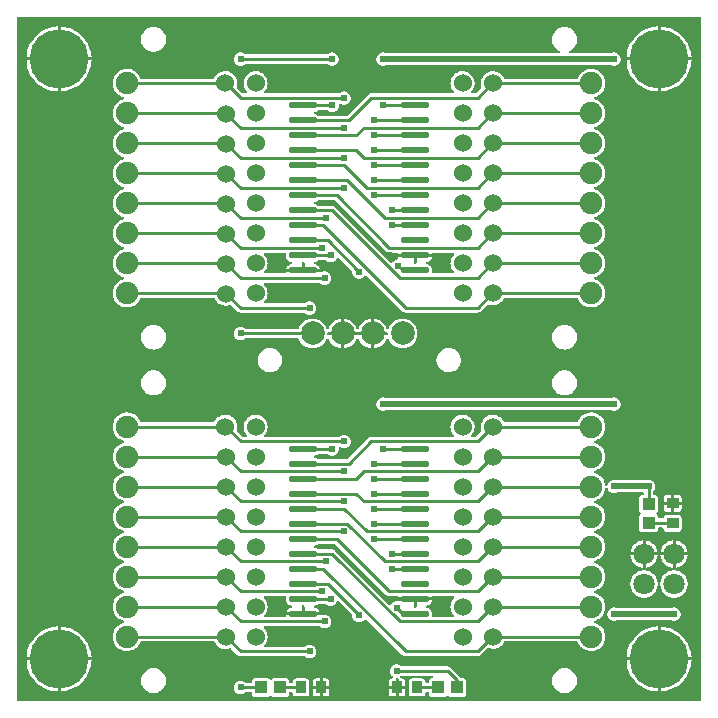
<source format=gtl>
G04 Layer: TopLayer*
G04 Panelize: , Column: 2, Row: 2, Board Size: 58.42mm x 58.42mm, Panelized Board Size: 118.84mm x 118.84mm*
G04 EasyEDA v6.5.34, 2023-09-05 23:37:52*
G04 71e8e7d8462e44579d9289b60e05a131,5a6b42c53f6a479593ecc07194224c93,10*
G04 Gerber Generator version 0.2*
G04 Scale: 100 percent, Rotated: No, Reflected: No *
G04 Dimensions in millimeters *
G04 leading zeros omitted , absolute positions ,4 integer and 5 decimal *
%FSLAX45Y45*%
%MOMM*%

%ADD10C,0.2540*%
%ADD11C,0.5000*%
%ADD12R,0.8999X1.0000*%
%ADD13R,1.1000X1.0000*%
%ADD14R,1.0000X0.8999*%
%ADD15O,2.3880064X0.5739892*%
%ADD16R,1.0000X1.1000*%
%ADD17C,5.0000*%
%ADD18C,1.5240*%
%ADD19C,1.9000*%
%ADD20C,2.0000*%
%ADD21C,1.8000*%
%ADD22C,0.6096*%
%ADD23C,0.0140*%

%LPD*%
G36*
X36068Y25908D02*
G01*
X32156Y26670D01*
X28905Y28905D01*
X26670Y32156D01*
X25908Y36068D01*
X25908Y5805932D01*
X26670Y5809792D01*
X28905Y5813094D01*
X32156Y5815330D01*
X36068Y5816092D01*
X5805932Y5815584D01*
X5809843Y5814822D01*
X5813094Y5812637D01*
X5815330Y5809335D01*
X5816092Y5805424D01*
X5816092Y36068D01*
X5815330Y32156D01*
X5813094Y28905D01*
X5809843Y26670D01*
X5805932Y25908D01*
G37*

%LPC*%
G36*
X1181100Y5521655D02*
G01*
X1194917Y5522518D01*
X1208481Y5525262D01*
X1221638Y5529681D01*
X1234033Y5535828D01*
X1245565Y5543499D01*
X1255979Y5552643D01*
X1265123Y5563057D01*
X1272794Y5574588D01*
X1278940Y5586984D01*
X1283360Y5600141D01*
X1286103Y5613704D01*
X1286967Y5627522D01*
X1286103Y5641340D01*
X1283360Y5654903D01*
X1278940Y5668060D01*
X1272794Y5680456D01*
X1265123Y5691987D01*
X1255979Y5702401D01*
X1245565Y5711545D01*
X1234033Y5719216D01*
X1221638Y5725363D01*
X1208481Y5729782D01*
X1194917Y5732526D01*
X1181100Y5733389D01*
X1167282Y5732526D01*
X1153718Y5729782D01*
X1140561Y5725363D01*
X1128166Y5719216D01*
X1116634Y5711545D01*
X1106220Y5702401D01*
X1097076Y5691987D01*
X1089406Y5680456D01*
X1083259Y5668060D01*
X1078839Y5654903D01*
X1076096Y5641340D01*
X1075232Y5627522D01*
X1076096Y5613704D01*
X1078839Y5600141D01*
X1083259Y5586984D01*
X1089406Y5574588D01*
X1097076Y5563057D01*
X1106220Y5552643D01*
X1116634Y5543499D01*
X1128166Y5535828D01*
X1140561Y5529681D01*
X1153718Y5525262D01*
X1167282Y5522518D01*
G37*
G36*
X393700Y5473700D02*
G01*
X656590Y5473700D01*
X654710Y5495594D01*
X650849Y5518353D01*
X645109Y5540756D01*
X637540Y5562549D01*
X628142Y5583682D01*
X617016Y5603900D01*
X604215Y5623153D01*
X589838Y5641289D01*
X574040Y5658104D01*
X556869Y5673598D01*
X538480Y5687568D01*
X518972Y5699912D01*
X498500Y5710631D01*
X477164Y5719572D01*
X455218Y5726734D01*
X432714Y5732018D01*
X409854Y5735370D01*
X393700Y5736386D01*
G37*
G36*
X3540861Y58775D02*
G01*
X3639718Y58775D01*
X3646068Y59486D01*
X3651504Y61417D01*
X3656431Y64516D01*
X3660495Y68580D01*
X3661714Y70459D01*
X3664508Y73406D01*
X3668268Y75031D01*
X3672332Y75031D01*
X3676091Y73406D01*
X3678885Y70459D01*
X3680104Y68580D01*
X3684168Y64516D01*
X3689096Y61417D01*
X3694531Y59486D01*
X3700881Y58775D01*
X3799738Y58775D01*
X3806037Y59486D01*
X3811524Y61417D01*
X3816400Y64516D01*
X3820515Y68580D01*
X3823563Y73507D01*
X3825494Y78943D01*
X3826205Y85293D01*
X3826205Y194106D01*
X3825494Y200456D01*
X3823563Y205892D01*
X3820515Y210820D01*
X3816400Y214884D01*
X3811524Y217982D01*
X3806037Y219913D01*
X3799738Y220624D01*
X3787343Y220624D01*
X3782974Y221589D01*
X3779469Y224332D01*
X3777234Y227025D01*
X3697935Y306324D01*
X3691737Y311454D01*
X3685032Y315010D01*
X3677818Y317195D01*
X3669792Y318008D01*
X3283508Y318008D01*
X3279597Y318770D01*
X3276295Y321005D01*
X3274720Y322580D01*
X3266694Y328218D01*
X3257753Y332333D01*
X3248304Y334873D01*
X3238500Y335737D01*
X3228695Y334873D01*
X3219246Y332333D01*
X3210306Y328218D01*
X3202279Y322580D01*
X3195320Y315620D01*
X3189681Y307594D01*
X3185566Y298653D01*
X3183026Y289204D01*
X3182162Y279400D01*
X3183026Y269595D01*
X3185566Y260146D01*
X3189681Y251206D01*
X3195320Y243179D01*
X3202279Y236220D01*
X3205327Y234086D01*
X3208223Y230987D01*
X3209594Y226923D01*
X3209188Y222707D01*
X3207105Y218998D01*
X3203702Y216509D01*
X3199536Y215595D01*
X3191662Y214884D01*
X3186176Y213004D01*
X3181299Y209905D01*
X3177184Y205790D01*
X3174085Y200914D01*
X3172206Y195427D01*
X3171494Y189128D01*
X3171494Y152400D01*
X3229711Y152400D01*
X3229711Y212953D01*
X3230372Y216662D01*
X3232353Y219811D01*
X3235350Y222097D01*
X3238957Y223113D01*
X3244037Y223520D01*
X3248202Y223012D01*
X3251809Y220929D01*
X3254248Y217525D01*
X3255111Y213410D01*
X3255111Y152400D01*
X3313277Y152400D01*
X3313277Y189128D01*
X3312566Y195427D01*
X3310686Y200914D01*
X3307587Y205790D01*
X3303473Y209905D01*
X3298596Y213004D01*
X3293110Y214884D01*
X3286810Y215595D01*
X3277463Y215595D01*
X3273298Y216509D01*
X3269894Y218998D01*
X3267811Y222707D01*
X3267405Y226923D01*
X3268776Y230987D01*
X3271672Y234086D01*
X3274720Y236220D01*
X3276295Y237794D01*
X3279597Y240029D01*
X3283508Y240792D01*
X3539083Y240792D01*
X3543350Y239877D01*
X3546856Y237236D01*
X3548887Y233375D01*
X3549142Y229006D01*
X3547516Y224942D01*
X3544366Y221945D01*
X3540251Y220522D01*
X3534562Y219913D01*
X3529076Y217982D01*
X3524199Y214884D01*
X3520084Y210820D01*
X3517036Y205892D01*
X3515106Y200456D01*
X3514394Y194106D01*
X3514394Y188468D01*
X3513632Y184556D01*
X3511397Y181305D01*
X3508146Y179070D01*
X3504234Y178308D01*
X3493465Y178308D01*
X3489807Y178968D01*
X3486607Y180949D01*
X3484372Y183896D01*
X3483356Y187502D01*
X3482543Y195529D01*
X3480663Y200914D01*
X3477564Y205790D01*
X3473500Y209905D01*
X3468573Y213004D01*
X3463137Y214884D01*
X3456787Y215595D01*
X3367938Y215595D01*
X3361639Y214884D01*
X3356152Y213004D01*
X3351276Y209905D01*
X3347161Y205790D01*
X3344113Y200914D01*
X3342182Y195427D01*
X3341471Y189128D01*
X3341471Y90271D01*
X3342182Y83921D01*
X3344113Y78486D01*
X3347161Y73558D01*
X3351276Y69494D01*
X3356152Y66395D01*
X3361639Y64516D01*
X3367938Y63804D01*
X3456787Y63804D01*
X3463137Y64516D01*
X3468573Y66395D01*
X3473500Y69494D01*
X3477564Y73558D01*
X3480663Y78486D01*
X3482543Y83870D01*
X3483356Y91897D01*
X3484372Y95504D01*
X3486607Y98450D01*
X3489807Y100431D01*
X3493465Y101092D01*
X3504234Y101092D01*
X3508146Y100330D01*
X3511397Y98094D01*
X3513632Y94843D01*
X3514394Y90932D01*
X3514394Y85293D01*
X3515106Y78943D01*
X3517036Y73507D01*
X3520084Y68580D01*
X3524199Y64516D01*
X3529076Y61417D01*
X3534562Y59486D01*
G37*
G36*
X5473700Y5473700D02*
G01*
X5736590Y5473700D01*
X5734710Y5495594D01*
X5730849Y5518353D01*
X5725109Y5540756D01*
X5717540Y5562549D01*
X5708142Y5583682D01*
X5697016Y5603900D01*
X5684215Y5623153D01*
X5669838Y5641289D01*
X5654040Y5658104D01*
X5636869Y5673598D01*
X5618480Y5687568D01*
X5598972Y5699912D01*
X5578500Y5710631D01*
X5557164Y5719572D01*
X5535218Y5726734D01*
X5512714Y5732018D01*
X5489854Y5735370D01*
X5473700Y5736386D01*
G37*
G36*
X3255111Y63804D02*
G01*
X3286810Y63804D01*
X3293110Y64516D01*
X3298596Y66395D01*
X3303473Y69494D01*
X3307587Y73558D01*
X3310686Y78486D01*
X3312566Y83921D01*
X3313277Y90271D01*
X3313277Y127000D01*
X3255111Y127000D01*
G37*
G36*
X3197961Y63804D02*
G01*
X3229711Y63804D01*
X3229711Y127000D01*
X3171494Y127000D01*
X3171494Y90271D01*
X3172206Y83921D01*
X3174085Y78486D01*
X3177184Y73558D01*
X3181299Y69494D01*
X3186176Y66395D01*
X3191662Y64516D01*
G37*
G36*
X2555189Y63804D02*
G01*
X2586888Y63804D01*
X2586888Y127000D01*
X2528722Y127000D01*
X2528722Y90271D01*
X2529433Y83972D01*
X2531313Y78486D01*
X2534412Y73609D01*
X2538526Y69494D01*
X2543403Y66395D01*
X2548890Y64516D01*
G37*
G36*
X2612288Y63804D02*
G01*
X2644038Y63804D01*
X2650337Y64516D01*
X2655824Y66395D01*
X2660700Y69494D01*
X2664815Y73609D01*
X2667914Y78486D01*
X2669794Y83972D01*
X2670505Y90271D01*
X2670505Y127000D01*
X2612288Y127000D01*
G37*
G36*
X105664Y5473700D02*
G01*
X368300Y5473700D01*
X368300Y5736437D01*
X363677Y5736336D01*
X340715Y5733948D01*
X318008Y5729630D01*
X295757Y5723382D01*
X274066Y5715355D01*
X253187Y5705500D01*
X233171Y5693968D01*
X214172Y5680760D01*
X196392Y5666028D01*
X179882Y5649874D01*
X164795Y5632348D01*
X151180Y5613704D01*
X139242Y5593892D01*
X128981Y5573217D01*
X120446Y5551728D01*
X113792Y5529630D01*
X108966Y5507024D01*
X106070Y5484063D01*
G37*
G36*
X5185664Y5473700D02*
G01*
X5448300Y5473700D01*
X5448300Y5736437D01*
X5443677Y5736336D01*
X5420715Y5733948D01*
X5398008Y5729630D01*
X5375757Y5723382D01*
X5354066Y5715355D01*
X5333187Y5705500D01*
X5313172Y5693968D01*
X5294172Y5680760D01*
X5276392Y5666028D01*
X5259882Y5649874D01*
X5244795Y5632348D01*
X5231180Y5613704D01*
X5219242Y5593892D01*
X5208981Y5573217D01*
X5200446Y5551728D01*
X5193792Y5529630D01*
X5188966Y5507024D01*
X5186070Y5484063D01*
G37*
G36*
X3124200Y5404662D02*
G01*
X3134004Y5405526D01*
X3143453Y5408066D01*
X3145790Y5409133D01*
X3150108Y5410098D01*
X5054092Y5410098D01*
X5058359Y5409133D01*
X5060696Y5408066D01*
X5070195Y5405526D01*
X5080000Y5404662D01*
X5089753Y5405526D01*
X5099253Y5408066D01*
X5108143Y5412181D01*
X5116220Y5417820D01*
X5123129Y5424779D01*
X5128768Y5432806D01*
X5132933Y5441746D01*
X5135473Y5451195D01*
X5136337Y5461000D01*
X5135473Y5470804D01*
X5132933Y5480253D01*
X5128768Y5489194D01*
X5123129Y5497220D01*
X5116220Y5504180D01*
X5108143Y5509818D01*
X5099253Y5513933D01*
X5089753Y5516473D01*
X5080000Y5517337D01*
X5070195Y5516473D01*
X5060696Y5513933D01*
X5058359Y5512866D01*
X5054092Y5511901D01*
X4708956Y5511901D01*
X4704537Y5512917D01*
X4701032Y5515711D01*
X4699050Y5519775D01*
X4699050Y5524246D01*
X4700981Y5528360D01*
X4704435Y5531154D01*
X4713833Y5535777D01*
X4725314Y5543499D01*
X4735728Y5552643D01*
X4744872Y5563057D01*
X4752594Y5574538D01*
X4758690Y5586984D01*
X4763160Y5600090D01*
X4765852Y5613654D01*
X4766767Y5627471D01*
X4765852Y5641340D01*
X4763160Y5654903D01*
X4758690Y5668010D01*
X4752594Y5680456D01*
X4744872Y5691936D01*
X4735728Y5702350D01*
X4725314Y5711494D01*
X4713833Y5719216D01*
X4701387Y5725312D01*
X4688281Y5729782D01*
X4674717Y5732475D01*
X4660900Y5733389D01*
X4647031Y5732475D01*
X4633468Y5729782D01*
X4620361Y5725312D01*
X4607915Y5719216D01*
X4596434Y5711494D01*
X4586020Y5702350D01*
X4576876Y5691936D01*
X4569155Y5680456D01*
X4563059Y5668010D01*
X4558588Y5654903D01*
X4555896Y5641340D01*
X4554982Y5627471D01*
X4555896Y5613654D01*
X4558588Y5600090D01*
X4563059Y5586984D01*
X4569155Y5574538D01*
X4576876Y5563057D01*
X4586020Y5552643D01*
X4596434Y5543499D01*
X4607915Y5535777D01*
X4617313Y5531154D01*
X4620768Y5528360D01*
X4622698Y5524246D01*
X4622698Y5519775D01*
X4620717Y5515711D01*
X4617212Y5512917D01*
X4612792Y5511901D01*
X3150108Y5511901D01*
X3145790Y5512866D01*
X3143453Y5513933D01*
X3134004Y5516473D01*
X3124200Y5517337D01*
X3114395Y5516473D01*
X3104946Y5513933D01*
X3096006Y5509818D01*
X3087979Y5504180D01*
X3081020Y5497220D01*
X3075381Y5489194D01*
X3071266Y5480253D01*
X3068726Y5470804D01*
X3067862Y5461000D01*
X3068726Y5451195D01*
X3071266Y5441746D01*
X3075381Y5432806D01*
X3081020Y5424779D01*
X3087979Y5417820D01*
X3096006Y5412181D01*
X3104946Y5408066D01*
X3114395Y5405526D01*
G37*
G36*
X4660900Y92100D02*
G01*
X4674717Y93014D01*
X4688281Y95707D01*
X4701438Y100177D01*
X4713833Y106273D01*
X4725365Y113995D01*
X4735779Y123139D01*
X4744923Y133553D01*
X4752594Y145034D01*
X4758740Y157480D01*
X4763160Y170586D01*
X4765903Y184150D01*
X4766767Y197967D01*
X4765903Y211836D01*
X4763160Y225399D01*
X4758740Y238506D01*
X4752594Y250952D01*
X4744923Y262432D01*
X4735779Y272846D01*
X4725365Y281990D01*
X4713833Y289712D01*
X4701438Y295808D01*
X4688281Y300278D01*
X4674717Y302971D01*
X4660900Y303885D01*
X4647082Y302971D01*
X4633518Y300278D01*
X4620361Y295808D01*
X4607966Y289712D01*
X4596434Y281990D01*
X4586020Y272846D01*
X4576876Y262432D01*
X4569206Y250952D01*
X4563059Y238506D01*
X4558639Y225399D01*
X4555896Y211836D01*
X4555032Y197967D01*
X4555896Y184150D01*
X4558639Y170586D01*
X4563059Y157480D01*
X4569206Y145034D01*
X4576876Y133553D01*
X4586020Y123139D01*
X4596434Y113995D01*
X4607966Y106273D01*
X4620361Y100177D01*
X4633518Y95707D01*
X4647082Y93014D01*
G37*
G36*
X1181100Y92151D02*
G01*
X1194917Y93014D01*
X1208481Y95758D01*
X1221638Y100177D01*
X1234033Y106324D01*
X1245565Y113995D01*
X1255979Y123139D01*
X1265123Y133553D01*
X1272794Y145084D01*
X1278940Y157480D01*
X1283360Y170637D01*
X1286103Y184200D01*
X1286967Y198018D01*
X1286103Y211836D01*
X1283360Y225399D01*
X1278940Y238556D01*
X1272794Y250952D01*
X1265123Y262483D01*
X1255979Y272897D01*
X1245565Y282041D01*
X1234033Y289712D01*
X1221638Y295859D01*
X1208481Y300278D01*
X1194917Y303022D01*
X1181100Y303885D01*
X1167282Y303022D01*
X1153718Y300278D01*
X1140561Y295859D01*
X1128166Y289712D01*
X1116634Y282041D01*
X1106220Y272897D01*
X1097076Y262483D01*
X1089406Y250952D01*
X1083259Y238556D01*
X1078839Y225399D01*
X1076096Y211836D01*
X1075232Y198018D01*
X1076096Y184200D01*
X1078839Y170637D01*
X1083259Y157480D01*
X1089406Y145084D01*
X1097076Y133553D01*
X1106220Y123139D01*
X1116634Y113995D01*
X1128166Y106324D01*
X1140561Y100177D01*
X1153718Y95758D01*
X1167282Y93014D01*
G37*
G36*
X368300Y105562D02*
G01*
X368300Y368300D01*
X105664Y368300D01*
X106070Y357936D01*
X108966Y334975D01*
X113792Y312369D01*
X120446Y290271D01*
X128981Y268782D01*
X139242Y248107D01*
X151180Y228295D01*
X164795Y209600D01*
X179882Y192125D01*
X196392Y175971D01*
X214172Y161239D01*
X233171Y148031D01*
X253187Y136499D01*
X274066Y126644D01*
X295757Y118618D01*
X318008Y112369D01*
X340715Y108051D01*
X363677Y105664D01*
G37*
G36*
X5448300Y105562D02*
G01*
X5448300Y368300D01*
X5185664Y368300D01*
X5186070Y357936D01*
X5188966Y334975D01*
X5193792Y312369D01*
X5200446Y290271D01*
X5208981Y268782D01*
X5219242Y248107D01*
X5231180Y228295D01*
X5244795Y209600D01*
X5259882Y192125D01*
X5276392Y175971D01*
X5294172Y161239D01*
X5313172Y148031D01*
X5333187Y136499D01*
X5354066Y126644D01*
X5375757Y118618D01*
X5398008Y112369D01*
X5420715Y108051D01*
X5443677Y105664D01*
G37*
G36*
X5473700Y105613D02*
G01*
X5489854Y106629D01*
X5512714Y109982D01*
X5535218Y115265D01*
X5557164Y122428D01*
X5578500Y131368D01*
X5598972Y142087D01*
X5618480Y154432D01*
X5636869Y168402D01*
X5654040Y183896D01*
X5669838Y200710D01*
X5684215Y218846D01*
X5697016Y238099D01*
X5708142Y258317D01*
X5717540Y279450D01*
X5725109Y301244D01*
X5730849Y323646D01*
X5734710Y346405D01*
X5736590Y368300D01*
X5473700Y368300D01*
G37*
G36*
X393700Y105613D02*
G01*
X409854Y106629D01*
X432714Y109982D01*
X455218Y115265D01*
X477164Y122428D01*
X498500Y131368D01*
X518972Y142087D01*
X538480Y154432D01*
X556869Y168402D01*
X574040Y183896D01*
X589838Y200710D01*
X604215Y218846D01*
X617016Y238099D01*
X628142Y258317D01*
X637540Y279450D01*
X645109Y301244D01*
X650849Y323646D01*
X654710Y346405D01*
X656590Y368300D01*
X393700Y368300D01*
G37*
G36*
X2528722Y152400D02*
G01*
X2586888Y152400D01*
X2586888Y215595D01*
X2555189Y215595D01*
X2548890Y214884D01*
X2543403Y213004D01*
X2538526Y209905D01*
X2534412Y205841D01*
X2531313Y200914D01*
X2529433Y195478D01*
X2528722Y189128D01*
G37*
G36*
X2612288Y152400D02*
G01*
X2670505Y152400D01*
X2670505Y189128D01*
X2669794Y195478D01*
X2667914Y200914D01*
X2664815Y205841D01*
X2660700Y209905D01*
X2655824Y213004D01*
X2650337Y214884D01*
X2644038Y215595D01*
X2612288Y215595D01*
G37*
G36*
X1917700Y5404662D02*
G01*
X1927504Y5405526D01*
X1936953Y5408066D01*
X1945893Y5412181D01*
X1953920Y5417820D01*
X1955495Y5419394D01*
X1958797Y5421630D01*
X1962708Y5422392D01*
X2647391Y5422392D01*
X2651302Y5421630D01*
X2654604Y5419394D01*
X2656179Y5417820D01*
X2664206Y5412181D01*
X2673146Y5408066D01*
X2682595Y5405526D01*
X2692400Y5404662D01*
X2702204Y5405526D01*
X2711653Y5408066D01*
X2720594Y5412181D01*
X2728620Y5417820D01*
X2735580Y5424779D01*
X2741218Y5432806D01*
X2745333Y5441746D01*
X2747873Y5451195D01*
X2748737Y5461000D01*
X2747873Y5470804D01*
X2745333Y5480253D01*
X2741218Y5489194D01*
X2735580Y5497220D01*
X2728620Y5504180D01*
X2720594Y5509818D01*
X2711653Y5513933D01*
X2702204Y5516473D01*
X2692400Y5517337D01*
X2682595Y5516473D01*
X2673146Y5513933D01*
X2664206Y5509818D01*
X2656179Y5504180D01*
X2654604Y5502605D01*
X2651302Y5500370D01*
X2647391Y5499608D01*
X1962708Y5499608D01*
X1958797Y5500370D01*
X1955495Y5502605D01*
X1953920Y5504180D01*
X1945893Y5509818D01*
X1936953Y5513933D01*
X1927504Y5516473D01*
X1917700Y5517337D01*
X1907895Y5516473D01*
X1898446Y5513933D01*
X1889506Y5509818D01*
X1881479Y5504180D01*
X1874520Y5497220D01*
X1868881Y5489194D01*
X1864766Y5480253D01*
X1862226Y5470804D01*
X1861362Y5461000D01*
X1862226Y5451195D01*
X1864766Y5441746D01*
X1868881Y5432806D01*
X1874520Y5424779D01*
X1881479Y5417820D01*
X1889506Y5412181D01*
X1898446Y5408066D01*
X1907895Y5405526D01*
G37*
G36*
X393700Y5185613D02*
G01*
X409854Y5186629D01*
X432714Y5189982D01*
X455218Y5195265D01*
X477164Y5202428D01*
X498500Y5211368D01*
X518972Y5222087D01*
X538480Y5234432D01*
X556869Y5248402D01*
X574040Y5263896D01*
X589838Y5280710D01*
X604215Y5298846D01*
X617016Y5318099D01*
X628142Y5338318D01*
X637540Y5359450D01*
X645109Y5381244D01*
X650849Y5403646D01*
X654710Y5426405D01*
X656590Y5448300D01*
X393700Y5448300D01*
G37*
G36*
X5473700Y5185613D02*
G01*
X5489854Y5186629D01*
X5512714Y5189982D01*
X5535218Y5195265D01*
X5557164Y5202428D01*
X5578500Y5211368D01*
X5598972Y5222087D01*
X5618480Y5234432D01*
X5636869Y5248402D01*
X5654040Y5263896D01*
X5669838Y5280710D01*
X5684215Y5298846D01*
X5697016Y5318099D01*
X5708142Y5338318D01*
X5717540Y5359450D01*
X5725109Y5381244D01*
X5730849Y5403646D01*
X5734710Y5426405D01*
X5736590Y5448300D01*
X5473700Y5448300D01*
G37*
G36*
X5448300Y5185562D02*
G01*
X5448300Y5448300D01*
X5185664Y5448300D01*
X5186070Y5437936D01*
X5188966Y5414975D01*
X5193792Y5392369D01*
X5200446Y5370271D01*
X5208981Y5348782D01*
X5219242Y5328107D01*
X5231180Y5308295D01*
X5244795Y5289600D01*
X5259882Y5272125D01*
X5276392Y5255971D01*
X5294172Y5241239D01*
X5313172Y5228031D01*
X5333187Y5216499D01*
X5354066Y5206644D01*
X5375757Y5198618D01*
X5398008Y5192369D01*
X5420715Y5188051D01*
X5443677Y5185664D01*
G37*
G36*
X368300Y5185562D02*
G01*
X368300Y5448300D01*
X105664Y5448300D01*
X106070Y5437936D01*
X108966Y5414975D01*
X113792Y5392369D01*
X120446Y5370271D01*
X128981Y5348782D01*
X139242Y5328107D01*
X151180Y5308295D01*
X164795Y5289600D01*
X179882Y5272125D01*
X196392Y5255971D01*
X214172Y5241239D01*
X233171Y5228031D01*
X253187Y5216499D01*
X274066Y5206644D01*
X295757Y5198618D01*
X318008Y5192369D01*
X340715Y5188051D01*
X363677Y5185664D01*
G37*
G36*
X2501900Y3296462D02*
G01*
X2511704Y3297326D01*
X2521153Y3299866D01*
X2530094Y3303981D01*
X2538120Y3309620D01*
X2545080Y3316579D01*
X2550718Y3324606D01*
X2554833Y3333546D01*
X2557373Y3342995D01*
X2558237Y3352800D01*
X2557373Y3362604D01*
X2554833Y3372053D01*
X2550718Y3380994D01*
X2545080Y3389020D01*
X2538120Y3395979D01*
X2530094Y3401618D01*
X2521153Y3405733D01*
X2511704Y3408273D01*
X2501900Y3409137D01*
X2492095Y3408273D01*
X2482646Y3405733D01*
X2473706Y3401618D01*
X2465679Y3395979D01*
X2464104Y3394405D01*
X2460802Y3392170D01*
X2456891Y3391408D01*
X2126691Y3391408D01*
X2122881Y3392170D01*
X2119579Y3394252D01*
X2117394Y3397453D01*
X2116531Y3401212D01*
X2117140Y3405073D01*
X2119122Y3408375D01*
X2124811Y3414623D01*
X2132533Y3425901D01*
X2138680Y3438042D01*
X2143150Y3450945D01*
X2145842Y3464306D01*
X2146757Y3477920D01*
X2145842Y3491534D01*
X2143150Y3504895D01*
X2138680Y3517747D01*
X2132533Y3529939D01*
X2124811Y3541166D01*
X2115718Y3551224D01*
X2113686Y3554526D01*
X2113076Y3558387D01*
X2113940Y3562146D01*
X2116175Y3565347D01*
X2119426Y3567429D01*
X2123236Y3568192D01*
X2583891Y3568192D01*
X2587802Y3567429D01*
X2591104Y3565194D01*
X2592679Y3563620D01*
X2600706Y3557981D01*
X2609646Y3553866D01*
X2619095Y3551326D01*
X2628900Y3550462D01*
X2638704Y3551326D01*
X2648153Y3553866D01*
X2657094Y3557981D01*
X2665120Y3563620D01*
X2672080Y3570579D01*
X2677718Y3578606D01*
X2681833Y3587546D01*
X2684373Y3596995D01*
X2685237Y3606800D01*
X2684373Y3616604D01*
X2681833Y3626053D01*
X2677718Y3634994D01*
X2672080Y3643020D01*
X2665120Y3649979D01*
X2657094Y3655618D01*
X2648153Y3659733D01*
X2638704Y3662273D01*
X2628900Y3663137D01*
X2619095Y3662273D01*
X2609646Y3659733D01*
X2606090Y3658108D01*
X2601976Y3657142D01*
X2599690Y3657600D01*
X2459278Y3657600D01*
X2459278Y3655568D01*
X2458516Y3651656D01*
X2456332Y3648405D01*
X2453030Y3646170D01*
X2449118Y3645408D01*
X2444038Y3645408D01*
X2440178Y3646170D01*
X2436876Y3648405D01*
X2434691Y3651656D01*
X2433878Y3655568D01*
X2433878Y3657600D01*
X2302916Y3657600D01*
X2303170Y3654501D01*
X2302103Y3650945D01*
X2299868Y3647998D01*
X2296668Y3646068D01*
X2293061Y3645408D01*
X2126691Y3645408D01*
X2122881Y3646170D01*
X2119579Y3648252D01*
X2117394Y3651453D01*
X2116531Y3655212D01*
X2117140Y3659073D01*
X2119122Y3662375D01*
X2124811Y3668623D01*
X2132533Y3679901D01*
X2138680Y3692042D01*
X2143150Y3704945D01*
X2145842Y3718306D01*
X2146757Y3731920D01*
X2145842Y3745534D01*
X2143150Y3758895D01*
X2138680Y3771747D01*
X2132533Y3783939D01*
X2124811Y3795166D01*
X2115718Y3805224D01*
X2113686Y3808526D01*
X2113076Y3812387D01*
X2113940Y3816146D01*
X2116175Y3819347D01*
X2119426Y3821429D01*
X2123236Y3822192D01*
X2293061Y3822192D01*
X2296668Y3821531D01*
X2299868Y3819601D01*
X2302103Y3816654D01*
X2303170Y3813098D01*
X2302865Y3809390D01*
X2302154Y3806799D01*
X2301341Y3797300D01*
X2302154Y3787800D01*
X2304643Y3778656D01*
X2308656Y3770020D01*
X2314092Y3762248D01*
X2320798Y3755491D01*
X2328621Y3750056D01*
X2337257Y3746042D01*
X2346198Y3743604D01*
X2350109Y3741572D01*
X2352802Y3738118D01*
X2353767Y3733800D01*
X2352802Y3729482D01*
X2350109Y3726027D01*
X2346198Y3723995D01*
X2337257Y3721557D01*
X2328621Y3717544D01*
X2320798Y3712108D01*
X2314092Y3705351D01*
X2308656Y3697579D01*
X2304643Y3688943D01*
X2303018Y3683000D01*
X2433878Y3683000D01*
X2433878Y3732529D01*
X2434691Y3736441D01*
X2436876Y3739692D01*
X2440178Y3741928D01*
X2444038Y3742690D01*
X2449118Y3742690D01*
X2453030Y3741928D01*
X2456332Y3739692D01*
X2458516Y3736441D01*
X2459278Y3732529D01*
X2459278Y3683000D01*
X2590190Y3683000D01*
X2588564Y3688943D01*
X2584551Y3697579D01*
X2579116Y3705351D01*
X2572359Y3712108D01*
X2564587Y3717544D01*
X2555951Y3721557D01*
X2546959Y3723995D01*
X2543098Y3726027D01*
X2540406Y3729482D01*
X2539441Y3733800D01*
X2540406Y3738118D01*
X2543098Y3741572D01*
X2546959Y3743604D01*
X2555951Y3746042D01*
X2564587Y3750056D01*
X2575915Y3757929D01*
X2579776Y3758692D01*
X2634691Y3758692D01*
X2638602Y3757929D01*
X2641904Y3755694D01*
X2643479Y3754120D01*
X2651506Y3748481D01*
X2660446Y3744366D01*
X2669895Y3741826D01*
X2679700Y3740962D01*
X2689504Y3741826D01*
X2698953Y3744366D01*
X2707894Y3748481D01*
X2715920Y3754120D01*
X2722880Y3761079D01*
X2728518Y3769106D01*
X2730754Y3773982D01*
X2733040Y3777081D01*
X2736342Y3779164D01*
X2740152Y3779824D01*
X2743911Y3779012D01*
X2747162Y3776827D01*
X2861868Y3662121D01*
X2863900Y3659225D01*
X2864815Y3655822D01*
X2865526Y3647795D01*
X2868066Y3638346D01*
X2872181Y3629406D01*
X2877820Y3621379D01*
X2884779Y3614420D01*
X2892806Y3608781D01*
X2901746Y3604666D01*
X2911195Y3602126D01*
X2921000Y3601262D01*
X2930804Y3602126D01*
X2940253Y3604666D01*
X2949194Y3608781D01*
X2957220Y3614420D01*
X2964180Y3621379D01*
X2968498Y3627526D01*
X2971749Y3630523D01*
X2975914Y3631844D01*
X2980283Y3631285D01*
X2983992Y3628898D01*
X3287064Y3325876D01*
X3293262Y3320745D01*
X3299968Y3317189D01*
X3307181Y3315004D01*
X3315208Y3314192D01*
X3923792Y3314192D01*
X3931818Y3315004D01*
X3939032Y3317189D01*
X3945737Y3320745D01*
X3951935Y3325876D01*
X4006494Y3380384D01*
X4009491Y3382467D01*
X4013047Y3383330D01*
X4016654Y3382873D01*
X4030472Y3378606D01*
X4043883Y3376320D01*
X4057548Y3375863D01*
X4071112Y3377234D01*
X4084370Y3380384D01*
X4097070Y3385312D01*
X4109059Y3391865D01*
X4120032Y3399942D01*
X4129836Y3409442D01*
X4138269Y3420110D01*
X4147972Y3436365D01*
X4151223Y3438499D01*
X4155084Y3439261D01*
X4764481Y3439261D01*
X4768443Y3438499D01*
X4771796Y3436213D01*
X4773980Y3432810D01*
X4776063Y3427374D01*
X4783124Y3414268D01*
X4791710Y3402126D01*
X4801717Y3391103D01*
X4813046Y3381400D01*
X4825441Y3373221D01*
X4838750Y3366566D01*
X4852822Y3361639D01*
X4867351Y3358438D01*
X4882184Y3357067D01*
X4897069Y3357524D01*
X4911750Y3359810D01*
X4926076Y3363874D01*
X4939792Y3369665D01*
X4952644Y3377133D01*
X4964531Y3386074D01*
X4975250Y3396437D01*
X4984546Y3408070D01*
X4992420Y3420719D01*
X4998618Y3434232D01*
X5003139Y3448405D01*
X5005882Y3463036D01*
X5006797Y3477869D01*
X5005882Y3492754D01*
X5003139Y3507384D01*
X4998618Y3521557D01*
X4992420Y3535070D01*
X4984546Y3547719D01*
X4975250Y3559352D01*
X4964531Y3569715D01*
X4952644Y3578656D01*
X4939792Y3586124D01*
X4926076Y3591915D01*
X4914798Y3595115D01*
X4910937Y3597198D01*
X4908346Y3600653D01*
X4907381Y3604869D01*
X4908346Y3609136D01*
X4910937Y3612591D01*
X4914798Y3614674D01*
X4926076Y3617874D01*
X4939792Y3623665D01*
X4952644Y3631133D01*
X4964531Y3640074D01*
X4975250Y3650437D01*
X4984546Y3662070D01*
X4992420Y3674719D01*
X4998618Y3688232D01*
X5003139Y3702405D01*
X5005882Y3717036D01*
X5006797Y3731869D01*
X5005882Y3746754D01*
X5003139Y3761384D01*
X4998618Y3775557D01*
X4992420Y3789070D01*
X4984546Y3801719D01*
X4975250Y3813352D01*
X4964531Y3823715D01*
X4952644Y3832656D01*
X4939792Y3840124D01*
X4926076Y3845915D01*
X4914798Y3849115D01*
X4910937Y3851198D01*
X4908346Y3854653D01*
X4907381Y3858869D01*
X4908346Y3863136D01*
X4910937Y3866591D01*
X4914798Y3868674D01*
X4926076Y3871874D01*
X4939792Y3877665D01*
X4952644Y3885133D01*
X4964531Y3894074D01*
X4975250Y3904437D01*
X4984546Y3916070D01*
X4992420Y3928719D01*
X4998618Y3942232D01*
X5003139Y3956405D01*
X5005882Y3971036D01*
X5006797Y3985869D01*
X5005882Y4000754D01*
X5003139Y4015384D01*
X4998618Y4029557D01*
X4992420Y4043070D01*
X4984546Y4055719D01*
X4975250Y4067352D01*
X4964531Y4077715D01*
X4952644Y4086656D01*
X4939792Y4094124D01*
X4926076Y4099915D01*
X4914798Y4103115D01*
X4910937Y4105198D01*
X4908346Y4108653D01*
X4907381Y4112869D01*
X4908346Y4117136D01*
X4910937Y4120591D01*
X4914798Y4122674D01*
X4926076Y4125874D01*
X4939792Y4131665D01*
X4952644Y4139133D01*
X4964531Y4148074D01*
X4975250Y4158437D01*
X4984546Y4170070D01*
X4992420Y4182719D01*
X4998618Y4196232D01*
X5003139Y4210405D01*
X5005882Y4225036D01*
X5006797Y4239869D01*
X5005882Y4254754D01*
X5003139Y4269384D01*
X4998618Y4283557D01*
X4992420Y4297070D01*
X4984546Y4309719D01*
X4975250Y4321352D01*
X4964531Y4331716D01*
X4952644Y4340656D01*
X4939792Y4348124D01*
X4926076Y4353915D01*
X4914798Y4357116D01*
X4910937Y4359198D01*
X4908346Y4362653D01*
X4907381Y4366869D01*
X4908346Y4371136D01*
X4910937Y4374591D01*
X4914798Y4376674D01*
X4926076Y4379874D01*
X4939792Y4385665D01*
X4952644Y4393133D01*
X4964531Y4402074D01*
X4975250Y4412437D01*
X4984546Y4424070D01*
X4992420Y4436719D01*
X4998618Y4450232D01*
X5003139Y4464405D01*
X5005882Y4479036D01*
X5006797Y4493869D01*
X5005882Y4508754D01*
X5003139Y4523384D01*
X4998618Y4537557D01*
X4992420Y4551070D01*
X4984546Y4563719D01*
X4975250Y4575352D01*
X4964531Y4585716D01*
X4952644Y4594656D01*
X4939792Y4602124D01*
X4926076Y4607915D01*
X4914798Y4611116D01*
X4910937Y4613198D01*
X4908346Y4616653D01*
X4907381Y4620869D01*
X4908346Y4625136D01*
X4910937Y4628591D01*
X4914798Y4630674D01*
X4926076Y4633874D01*
X4939792Y4639665D01*
X4952644Y4647133D01*
X4964531Y4656074D01*
X4975250Y4666437D01*
X4984546Y4678070D01*
X4992420Y4690719D01*
X4998618Y4704232D01*
X5003139Y4718405D01*
X5005882Y4733036D01*
X5006797Y4747869D01*
X5005882Y4762754D01*
X5003139Y4777384D01*
X4998618Y4791557D01*
X4992420Y4805070D01*
X4984546Y4817719D01*
X4975250Y4829352D01*
X4964531Y4839716D01*
X4952644Y4848656D01*
X4939792Y4856124D01*
X4926076Y4861915D01*
X4914798Y4865116D01*
X4910937Y4867198D01*
X4908346Y4870653D01*
X4907381Y4874869D01*
X4908346Y4879136D01*
X4910937Y4882591D01*
X4914798Y4884674D01*
X4926076Y4887874D01*
X4939792Y4893665D01*
X4952644Y4901133D01*
X4964531Y4910074D01*
X4975250Y4920437D01*
X4984546Y4932070D01*
X4992420Y4944719D01*
X4998618Y4958232D01*
X5003139Y4972405D01*
X5005882Y4987036D01*
X5006797Y5001869D01*
X5005882Y5016754D01*
X5003139Y5031384D01*
X4998618Y5045557D01*
X4992420Y5059070D01*
X4984546Y5071719D01*
X4975250Y5083352D01*
X4964531Y5093716D01*
X4952644Y5102656D01*
X4939792Y5110124D01*
X4926076Y5115915D01*
X4914798Y5119116D01*
X4910937Y5121198D01*
X4908346Y5124653D01*
X4907381Y5128869D01*
X4908346Y5133136D01*
X4910937Y5136591D01*
X4914798Y5138674D01*
X4926076Y5141874D01*
X4939792Y5147665D01*
X4952644Y5155133D01*
X4964531Y5164074D01*
X4975250Y5174437D01*
X4984546Y5186070D01*
X4992420Y5198719D01*
X4998618Y5212232D01*
X5003139Y5226405D01*
X5005882Y5241036D01*
X5006797Y5255869D01*
X5005882Y5270754D01*
X5003139Y5285384D01*
X4998618Y5299557D01*
X4992420Y5313070D01*
X4984546Y5325719D01*
X4975250Y5337352D01*
X4964531Y5347716D01*
X4952644Y5356656D01*
X4939792Y5364124D01*
X4926076Y5369915D01*
X4911750Y5373979D01*
X4897069Y5376265D01*
X4882184Y5376722D01*
X4867351Y5375351D01*
X4852822Y5372150D01*
X4838750Y5367223D01*
X4825441Y5360568D01*
X4813046Y5352389D01*
X4801717Y5342686D01*
X4791710Y5331663D01*
X4783124Y5319522D01*
X4776063Y5306415D01*
X4773980Y5300980D01*
X4771796Y5297576D01*
X4768443Y5295290D01*
X4764481Y5294477D01*
X4155084Y5294477D01*
X4151223Y5295290D01*
X4147972Y5297424D01*
X4138269Y5313680D01*
X4129836Y5324398D01*
X4120032Y5333847D01*
X4109059Y5341924D01*
X4097070Y5348478D01*
X4084370Y5353405D01*
X4071112Y5356555D01*
X4057548Y5357926D01*
X4043883Y5357469D01*
X4030472Y5355183D01*
X4017416Y5351170D01*
X4005072Y5345430D01*
X3993540Y5338064D01*
X3983126Y5329275D01*
X3973982Y5319166D01*
X3966260Y5307939D01*
X3960114Y5295747D01*
X3955643Y5282895D01*
X3952951Y5269484D01*
X3952036Y5255920D01*
X3952951Y5242306D01*
X3955643Y5228945D01*
X3956659Y5225999D01*
X3957218Y5222290D01*
X3956405Y5218582D01*
X3954272Y5215483D01*
X3911244Y5172405D01*
X3907942Y5170170D01*
X3904081Y5169408D01*
X3879494Y5169408D01*
X3875582Y5170170D01*
X3872280Y5172405D01*
X3870096Y5175758D01*
X3869334Y5179669D01*
X3870198Y5183581D01*
X3872992Y5187442D01*
X3881475Y5198110D01*
X3888435Y5209844D01*
X3893718Y5222392D01*
X3897325Y5235549D01*
X3899154Y5249062D01*
X3899154Y5262727D01*
X3897325Y5276240D01*
X3893718Y5289397D01*
X3888435Y5301945D01*
X3881475Y5313680D01*
X3872992Y5324398D01*
X3863238Y5333847D01*
X3852214Y5341924D01*
X3840276Y5348478D01*
X3827526Y5353405D01*
X3814267Y5356555D01*
X3800703Y5357926D01*
X3787089Y5357469D01*
X3773627Y5355183D01*
X3760622Y5351170D01*
X3748227Y5345430D01*
X3736746Y5338064D01*
X3726332Y5329275D01*
X3717188Y5319166D01*
X3709466Y5307939D01*
X3703320Y5295747D01*
X3698849Y5282844D01*
X3696106Y5269484D01*
X3695242Y5255920D01*
X3696106Y5242306D01*
X3698849Y5228945D01*
X3703320Y5216042D01*
X3709466Y5203850D01*
X3717188Y5192623D01*
X3722827Y5186375D01*
X3724859Y5183073D01*
X3725468Y5179212D01*
X3724605Y5175453D01*
X3722370Y5172252D01*
X3719118Y5170170D01*
X3715308Y5169408D01*
X3023108Y5169408D01*
X3015081Y5168595D01*
X3007868Y5166410D01*
X3001162Y5162854D01*
X2994964Y5157724D01*
X2819095Y4981905D01*
X2815793Y4979670D01*
X2811881Y4978908D01*
X2579776Y4978908D01*
X2575915Y4979670D01*
X2564587Y4987544D01*
X2555951Y4991557D01*
X2546959Y4993995D01*
X2543098Y4996027D01*
X2540406Y4999482D01*
X2539441Y5003800D01*
X2540406Y5008118D01*
X2543098Y5011572D01*
X2546959Y5013604D01*
X2555951Y5016042D01*
X2564587Y5020056D01*
X2575915Y5027930D01*
X2579776Y5028692D01*
X2647391Y5028692D01*
X2651302Y5027930D01*
X2654604Y5025694D01*
X2656179Y5024120D01*
X2664206Y5018481D01*
X2673146Y5014366D01*
X2682595Y5011826D01*
X2692400Y5010962D01*
X2702204Y5011826D01*
X2711653Y5014366D01*
X2720594Y5018481D01*
X2728620Y5024120D01*
X2735580Y5031079D01*
X2741218Y5039106D01*
X2745333Y5048046D01*
X2747873Y5057495D01*
X2748737Y5067300D01*
X2748178Y5074005D01*
X2748534Y5077815D01*
X2750312Y5081168D01*
X2753207Y5083657D01*
X2756814Y5084927D01*
X2760624Y5084775D01*
X2764129Y5083200D01*
X2765806Y5081981D01*
X2774746Y5077866D01*
X2784195Y5075326D01*
X2794000Y5074462D01*
X2803804Y5075326D01*
X2813253Y5077866D01*
X2822194Y5081981D01*
X2830220Y5087620D01*
X2837180Y5094579D01*
X2842818Y5102606D01*
X2846933Y5111546D01*
X2849473Y5120995D01*
X2850337Y5130800D01*
X2849473Y5140604D01*
X2846933Y5150053D01*
X2842818Y5158994D01*
X2837180Y5167020D01*
X2830220Y5173980D01*
X2822194Y5179618D01*
X2813253Y5183733D01*
X2803804Y5186273D01*
X2794000Y5187137D01*
X2784195Y5186273D01*
X2774746Y5183733D01*
X2765806Y5179618D01*
X2757779Y5173980D01*
X2756204Y5172405D01*
X2752902Y5170170D01*
X2748991Y5169408D01*
X2126691Y5169408D01*
X2122881Y5170170D01*
X2119579Y5172252D01*
X2117394Y5175453D01*
X2116531Y5179212D01*
X2117140Y5183073D01*
X2119122Y5186375D01*
X2124811Y5192623D01*
X2132533Y5203901D01*
X2138680Y5216042D01*
X2143150Y5228945D01*
X2145842Y5242306D01*
X2146757Y5255920D01*
X2145842Y5269534D01*
X2143150Y5282895D01*
X2138680Y5295747D01*
X2132533Y5307939D01*
X2124811Y5319166D01*
X2115667Y5329275D01*
X2105253Y5338114D01*
X2093722Y5345430D01*
X2081377Y5351170D01*
X2068322Y5355234D01*
X2054910Y5357469D01*
X2041245Y5357926D01*
X2027682Y5356555D01*
X2014423Y5353405D01*
X2001723Y5348528D01*
X1989734Y5341975D01*
X1978761Y5333847D01*
X1968957Y5324398D01*
X1960524Y5313680D01*
X1953564Y5301945D01*
X1948230Y5289397D01*
X1944624Y5276240D01*
X1942795Y5262727D01*
X1942795Y5249113D01*
X1944624Y5235549D01*
X1948230Y5222443D01*
X1953564Y5209844D01*
X1960524Y5198110D01*
X1971802Y5183581D01*
X1972614Y5179669D01*
X1971903Y5175758D01*
X1969719Y5172405D01*
X1966417Y5170170D01*
X1962454Y5169408D01*
X1937918Y5169408D01*
X1934006Y5170170D01*
X1930704Y5172405D01*
X1887677Y5215432D01*
X1885543Y5218531D01*
X1884730Y5222189D01*
X1885289Y5225948D01*
X1886305Y5228945D01*
X1889048Y5242306D01*
X1889963Y5255920D01*
X1889048Y5269534D01*
X1886305Y5282895D01*
X1881835Y5295747D01*
X1875688Y5307939D01*
X1867966Y5319166D01*
X1858822Y5329275D01*
X1848408Y5338114D01*
X1836928Y5345430D01*
X1824532Y5351170D01*
X1811528Y5355234D01*
X1798066Y5357469D01*
X1784451Y5357926D01*
X1770888Y5356555D01*
X1757629Y5353405D01*
X1744878Y5348528D01*
X1732940Y5341975D01*
X1721967Y5333847D01*
X1712163Y5324398D01*
X1703679Y5313680D01*
X1694027Y5297474D01*
X1690725Y5295290D01*
X1686864Y5294528D01*
X1077468Y5294528D01*
X1073505Y5295341D01*
X1070203Y5297627D01*
X1068019Y5300980D01*
X1065936Y5306415D01*
X1058875Y5319522D01*
X1050290Y5331663D01*
X1040231Y5342686D01*
X1028953Y5352338D01*
X1016558Y5360568D01*
X1003198Y5367223D01*
X989177Y5372150D01*
X974648Y5375351D01*
X959815Y5376722D01*
X944930Y5376265D01*
X930249Y5373979D01*
X915924Y5369915D01*
X902208Y5364124D01*
X889304Y5356656D01*
X877417Y5347716D01*
X866749Y5337352D01*
X857402Y5325719D01*
X849579Y5313070D01*
X843381Y5299557D01*
X838860Y5285384D01*
X836117Y5270754D01*
X835202Y5255869D01*
X836117Y5241036D01*
X838860Y5226405D01*
X843381Y5212232D01*
X849579Y5198719D01*
X857402Y5186070D01*
X866749Y5174437D01*
X877417Y5164074D01*
X889304Y5155133D01*
X902208Y5147665D01*
X915924Y5141874D01*
X927201Y5138674D01*
X931011Y5136591D01*
X933653Y5133136D01*
X934567Y5128869D01*
X933653Y5124653D01*
X931011Y5121198D01*
X927201Y5119116D01*
X915924Y5115915D01*
X902208Y5110124D01*
X889304Y5102656D01*
X877417Y5093716D01*
X866749Y5083352D01*
X857402Y5071719D01*
X849579Y5059070D01*
X843381Y5045557D01*
X838860Y5031384D01*
X836117Y5016754D01*
X835202Y5001869D01*
X836117Y4987036D01*
X838860Y4972405D01*
X843381Y4958232D01*
X849579Y4944719D01*
X857402Y4932070D01*
X866749Y4920437D01*
X877417Y4910074D01*
X889304Y4901133D01*
X902208Y4893665D01*
X915924Y4887874D01*
X927201Y4884674D01*
X931011Y4882591D01*
X933653Y4879136D01*
X934567Y4874869D01*
X933653Y4870653D01*
X931011Y4867198D01*
X927201Y4865116D01*
X915924Y4861915D01*
X902208Y4856124D01*
X889304Y4848656D01*
X877417Y4839716D01*
X866749Y4829352D01*
X857402Y4817719D01*
X849579Y4805070D01*
X843381Y4791557D01*
X838860Y4777384D01*
X836117Y4762754D01*
X835202Y4747869D01*
X836117Y4733036D01*
X838860Y4718405D01*
X843381Y4704232D01*
X849579Y4690719D01*
X857402Y4678070D01*
X866749Y4666437D01*
X877417Y4656074D01*
X889304Y4647133D01*
X902208Y4639665D01*
X915924Y4633874D01*
X927201Y4630674D01*
X931011Y4628591D01*
X933653Y4625136D01*
X934567Y4620869D01*
X933653Y4616653D01*
X931011Y4613198D01*
X927201Y4611116D01*
X915924Y4607915D01*
X902208Y4602124D01*
X889304Y4594656D01*
X877417Y4585716D01*
X866749Y4575352D01*
X857402Y4563719D01*
X849579Y4551070D01*
X843381Y4537557D01*
X838860Y4523384D01*
X836117Y4508754D01*
X835202Y4493869D01*
X836117Y4479036D01*
X838860Y4464405D01*
X843381Y4450232D01*
X849579Y4436719D01*
X857402Y4424070D01*
X866749Y4412437D01*
X877417Y4402074D01*
X889304Y4393133D01*
X902208Y4385665D01*
X915924Y4379874D01*
X927201Y4376674D01*
X931011Y4374591D01*
X933653Y4371136D01*
X934567Y4366869D01*
X933653Y4362653D01*
X931011Y4359198D01*
X927201Y4357116D01*
X915924Y4353915D01*
X902208Y4348124D01*
X889304Y4340656D01*
X877417Y4331716D01*
X866749Y4321352D01*
X857402Y4309719D01*
X849579Y4297070D01*
X843381Y4283557D01*
X838860Y4269384D01*
X836117Y4254754D01*
X835202Y4239869D01*
X836117Y4225036D01*
X838860Y4210405D01*
X843381Y4196232D01*
X849579Y4182719D01*
X857402Y4170070D01*
X866749Y4158437D01*
X877417Y4148074D01*
X889304Y4139133D01*
X902208Y4131665D01*
X915924Y4125874D01*
X927201Y4122674D01*
X931011Y4120591D01*
X933653Y4117136D01*
X934567Y4112869D01*
X933653Y4108653D01*
X931011Y4105198D01*
X927201Y4103115D01*
X915924Y4099915D01*
X902208Y4094124D01*
X889304Y4086656D01*
X877417Y4077715D01*
X866749Y4067352D01*
X857402Y4055719D01*
X849579Y4043070D01*
X843381Y4029557D01*
X838860Y4015384D01*
X836117Y4000754D01*
X835202Y3985869D01*
X836117Y3971036D01*
X838860Y3956405D01*
X843381Y3942232D01*
X849579Y3928719D01*
X857402Y3916070D01*
X866749Y3904437D01*
X877417Y3894074D01*
X889304Y3885133D01*
X902208Y3877665D01*
X915924Y3871874D01*
X927201Y3868674D01*
X931011Y3866591D01*
X933653Y3863136D01*
X934567Y3858869D01*
X933653Y3854653D01*
X931011Y3851198D01*
X927201Y3849115D01*
X915924Y3845915D01*
X902208Y3840124D01*
X889304Y3832656D01*
X877417Y3823715D01*
X866749Y3813352D01*
X857402Y3801719D01*
X849579Y3789070D01*
X843381Y3775557D01*
X838860Y3761384D01*
X836117Y3746754D01*
X835202Y3731869D01*
X836117Y3717036D01*
X838860Y3702405D01*
X843381Y3688232D01*
X849579Y3674719D01*
X857402Y3662070D01*
X866749Y3650437D01*
X877417Y3640074D01*
X889304Y3631133D01*
X902208Y3623665D01*
X915924Y3617874D01*
X927201Y3614674D01*
X931011Y3612591D01*
X933653Y3609136D01*
X934567Y3604869D01*
X933653Y3600653D01*
X931011Y3597198D01*
X927201Y3595115D01*
X915924Y3591915D01*
X902208Y3586124D01*
X889304Y3578656D01*
X877417Y3569715D01*
X866749Y3559352D01*
X857402Y3547719D01*
X849579Y3535070D01*
X843381Y3521557D01*
X838860Y3507384D01*
X836117Y3492754D01*
X835202Y3477869D01*
X836117Y3463036D01*
X838860Y3448405D01*
X843381Y3434232D01*
X849579Y3420719D01*
X857402Y3408070D01*
X866749Y3396437D01*
X877417Y3386074D01*
X889304Y3377133D01*
X902208Y3369665D01*
X915924Y3363874D01*
X930249Y3359810D01*
X944930Y3357524D01*
X959815Y3357067D01*
X974648Y3358438D01*
X989177Y3361639D01*
X1003198Y3366566D01*
X1016558Y3373221D01*
X1028953Y3381400D01*
X1040231Y3391103D01*
X1050290Y3402126D01*
X1058875Y3414268D01*
X1065936Y3427374D01*
X1068019Y3432810D01*
X1070203Y3436213D01*
X1073556Y3438499D01*
X1077518Y3439312D01*
X1688490Y3439312D01*
X1692351Y3438550D01*
X1695653Y3436365D01*
X1697837Y3433114D01*
X1699564Y3429050D01*
X1706524Y3417315D01*
X1714957Y3406648D01*
X1724761Y3397148D01*
X1735734Y3389071D01*
X1747723Y3382518D01*
X1760423Y3377590D01*
X1773682Y3374440D01*
X1787245Y3373069D01*
X1800910Y3373526D01*
X1814322Y3375812D01*
X1828139Y3380079D01*
X1831746Y3380536D01*
X1835302Y3379673D01*
X1838299Y3377590D01*
X1890064Y3325876D01*
X1896262Y3320745D01*
X1902968Y3317189D01*
X1910181Y3315004D01*
X1918207Y3314192D01*
X2456891Y3314192D01*
X2460802Y3313429D01*
X2464104Y3311194D01*
X2465679Y3309620D01*
X2473706Y3303981D01*
X2482646Y3299866D01*
X2492095Y3297326D01*
G37*
G36*
X2501950Y388162D02*
G01*
X2511704Y389026D01*
X2521204Y391566D01*
X2530094Y395681D01*
X2538171Y401320D01*
X2545080Y408279D01*
X2550718Y416306D01*
X2554884Y425246D01*
X2557424Y434695D01*
X2558288Y444500D01*
X2557424Y454304D01*
X2554884Y463753D01*
X2550718Y472693D01*
X2545080Y480720D01*
X2538171Y487680D01*
X2530094Y493318D01*
X2521204Y497433D01*
X2511704Y499973D01*
X2501950Y500837D01*
X2492146Y499973D01*
X2482646Y497433D01*
X2473756Y493318D01*
X2465679Y487680D01*
X2464104Y486105D01*
X2460802Y483870D01*
X2456942Y483108D01*
X2126691Y483108D01*
X2122881Y483870D01*
X2119630Y485952D01*
X2117394Y489153D01*
X2116531Y492912D01*
X2117140Y496773D01*
X2119172Y500075D01*
X2124811Y506323D01*
X2132533Y517601D01*
X2138680Y529742D01*
X2143150Y542645D01*
X2145893Y556006D01*
X2146808Y569620D01*
X2145893Y583234D01*
X2143150Y596595D01*
X2138680Y609447D01*
X2132533Y621639D01*
X2124811Y632866D01*
X2115718Y642924D01*
X2113737Y646226D01*
X2113127Y650087D01*
X2113991Y653846D01*
X2116226Y657047D01*
X2119477Y659130D01*
X2123287Y659892D01*
X2583942Y659892D01*
X2587802Y659130D01*
X2591104Y656894D01*
X2592679Y655320D01*
X2600756Y649681D01*
X2609646Y645566D01*
X2619146Y643026D01*
X2628950Y642162D01*
X2638704Y643026D01*
X2648204Y645566D01*
X2657094Y649681D01*
X2665171Y655320D01*
X2672080Y662279D01*
X2677718Y670306D01*
X2681884Y679246D01*
X2684424Y688695D01*
X2685288Y698500D01*
X2684424Y708304D01*
X2681884Y717753D01*
X2677718Y726694D01*
X2672080Y734720D01*
X2665171Y741680D01*
X2657094Y747318D01*
X2648204Y751433D01*
X2638704Y753973D01*
X2628950Y754837D01*
X2619146Y753973D01*
X2609646Y751433D01*
X2606141Y749808D01*
X2602026Y748842D01*
X2599740Y749300D01*
X2459329Y749300D01*
X2459329Y747268D01*
X2458567Y743356D01*
X2456332Y740105D01*
X2453030Y737870D01*
X2449169Y737108D01*
X2444089Y737108D01*
X2440178Y737870D01*
X2436876Y740105D01*
X2434691Y743356D01*
X2433929Y747268D01*
X2433929Y749300D01*
X2302916Y749300D01*
X2303170Y746201D01*
X2302103Y742645D01*
X2299868Y739698D01*
X2296718Y737768D01*
X2293061Y737108D01*
X2126691Y737108D01*
X2122881Y737870D01*
X2119630Y739952D01*
X2117394Y743153D01*
X2116531Y746912D01*
X2117140Y750773D01*
X2119172Y754075D01*
X2124811Y760323D01*
X2132533Y771601D01*
X2138680Y783742D01*
X2143150Y796645D01*
X2145893Y810006D01*
X2146808Y823620D01*
X2145893Y837234D01*
X2143150Y850595D01*
X2138680Y863447D01*
X2132533Y875639D01*
X2124811Y886866D01*
X2115718Y896924D01*
X2113737Y900226D01*
X2113127Y904087D01*
X2113991Y907846D01*
X2116226Y911047D01*
X2119477Y913130D01*
X2123287Y913892D01*
X2293061Y913892D01*
X2296718Y913231D01*
X2299868Y911301D01*
X2302103Y908354D01*
X2303170Y904798D01*
X2302865Y901090D01*
X2302205Y898499D01*
X2301341Y889000D01*
X2302205Y879500D01*
X2304643Y870356D01*
X2308656Y861720D01*
X2314143Y853948D01*
X2320848Y847191D01*
X2328621Y841756D01*
X2337257Y837742D01*
X2346248Y835304D01*
X2350160Y833272D01*
X2352802Y829818D01*
X2353767Y825500D01*
X2352802Y821182D01*
X2350160Y817727D01*
X2346248Y815695D01*
X2337257Y813257D01*
X2328621Y809244D01*
X2320848Y803808D01*
X2314143Y797052D01*
X2308656Y789279D01*
X2304643Y780643D01*
X2303068Y774700D01*
X2433929Y774700D01*
X2433929Y824230D01*
X2434691Y828141D01*
X2436876Y831392D01*
X2440178Y833628D01*
X2444089Y834390D01*
X2449169Y834390D01*
X2453030Y833628D01*
X2456332Y831392D01*
X2458567Y828141D01*
X2459329Y824230D01*
X2459329Y774700D01*
X2590190Y774700D01*
X2588615Y780643D01*
X2584602Y789279D01*
X2579116Y797052D01*
X2572410Y803808D01*
X2564587Y809244D01*
X2556002Y813257D01*
X2547010Y815695D01*
X2543098Y817727D01*
X2540406Y821182D01*
X2539492Y825500D01*
X2540406Y829818D01*
X2543098Y833272D01*
X2547010Y835304D01*
X2556002Y837742D01*
X2564587Y841756D01*
X2575915Y849630D01*
X2579827Y850392D01*
X2634742Y850392D01*
X2638602Y849630D01*
X2641904Y847394D01*
X2643479Y845819D01*
X2651556Y840181D01*
X2660446Y836066D01*
X2669946Y833526D01*
X2679750Y832662D01*
X2689504Y833526D01*
X2699004Y836066D01*
X2707894Y840181D01*
X2715971Y845819D01*
X2722880Y852779D01*
X2728518Y860806D01*
X2730754Y865632D01*
X2733040Y868781D01*
X2736342Y870813D01*
X2740152Y871524D01*
X2743962Y870712D01*
X2747162Y868527D01*
X2861868Y753821D01*
X2863900Y750925D01*
X2864815Y747522D01*
X2865526Y739495D01*
X2868066Y730046D01*
X2872181Y721106D01*
X2877820Y713079D01*
X2884779Y706120D01*
X2892806Y700481D01*
X2901746Y696366D01*
X2911195Y693826D01*
X2921000Y692962D01*
X2930804Y693826D01*
X2940253Y696366D01*
X2949194Y700481D01*
X2957220Y706120D01*
X2964180Y713079D01*
X2968498Y719277D01*
X2971749Y722223D01*
X2975914Y723544D01*
X2980283Y722985D01*
X2983992Y720598D01*
X3287064Y417576D01*
X3293313Y412445D01*
X3299968Y408889D01*
X3307181Y406704D01*
X3315208Y405892D01*
X3923842Y405892D01*
X3931869Y406704D01*
X3939082Y408889D01*
X3945737Y412445D01*
X3951986Y417576D01*
X4006494Y472084D01*
X4009491Y474167D01*
X4013047Y475030D01*
X4016705Y474573D01*
X4030472Y470306D01*
X4043934Y468020D01*
X4057548Y467563D01*
X4071112Y468934D01*
X4084370Y472084D01*
X4097121Y477012D01*
X4109059Y483565D01*
X4120032Y491642D01*
X4129836Y501142D01*
X4138320Y511809D01*
X4147972Y528066D01*
X4151274Y530199D01*
X4155135Y530961D01*
X4764532Y530961D01*
X4768494Y530199D01*
X4771796Y527913D01*
X4773980Y524510D01*
X4776063Y519074D01*
X4783124Y505968D01*
X4791710Y493826D01*
X4801768Y482803D01*
X4813046Y473151D01*
X4825441Y464921D01*
X4838801Y458266D01*
X4852822Y453339D01*
X4867351Y450138D01*
X4882184Y448767D01*
X4897069Y449224D01*
X4911750Y451510D01*
X4926076Y455574D01*
X4939792Y461365D01*
X4952695Y468833D01*
X4964582Y477774D01*
X4975250Y488137D01*
X4984597Y499770D01*
X4992420Y512419D01*
X4998618Y525932D01*
X5003139Y540105D01*
X5005882Y554736D01*
X5006797Y569620D01*
X5005882Y584454D01*
X5003139Y599084D01*
X4998618Y613257D01*
X4992420Y626770D01*
X4984597Y639470D01*
X4975250Y651052D01*
X4964582Y661416D01*
X4952695Y670356D01*
X4939792Y677824D01*
X4926076Y683615D01*
X4914798Y686816D01*
X4910988Y688898D01*
X4908346Y692353D01*
X4907432Y696620D01*
X4908346Y700836D01*
X4910988Y704342D01*
X4914798Y706374D01*
X4926076Y709574D01*
X4939792Y715365D01*
X4952695Y722833D01*
X4964582Y731774D01*
X4975250Y742137D01*
X4984597Y753770D01*
X4992420Y766419D01*
X4998618Y779932D01*
X5003139Y794105D01*
X5005882Y808736D01*
X5006797Y823620D01*
X5005882Y838453D01*
X5003139Y853084D01*
X4998618Y867257D01*
X4992420Y880770D01*
X4984597Y893470D01*
X4975250Y905052D01*
X4964582Y915416D01*
X4952695Y924356D01*
X4939792Y931824D01*
X4926076Y937615D01*
X4914798Y940816D01*
X4910988Y942898D01*
X4908346Y946353D01*
X4907432Y950620D01*
X4908346Y954836D01*
X4910988Y958342D01*
X4914798Y960374D01*
X4926076Y963574D01*
X4939792Y969365D01*
X4952695Y976833D01*
X4964582Y985774D01*
X4975250Y996137D01*
X4984597Y1007770D01*
X4992420Y1020419D01*
X4998618Y1033932D01*
X5003139Y1048105D01*
X5005882Y1062736D01*
X5006797Y1077620D01*
X5005882Y1092454D01*
X5003139Y1107084D01*
X4998618Y1121257D01*
X4992420Y1134770D01*
X4984597Y1147470D01*
X4975250Y1159052D01*
X4964582Y1169416D01*
X4952695Y1178356D01*
X4939792Y1185824D01*
X4926076Y1191615D01*
X4914798Y1194816D01*
X4910988Y1196898D01*
X4908346Y1200353D01*
X4907432Y1204620D01*
X4908346Y1208836D01*
X4910988Y1212342D01*
X4914798Y1214374D01*
X4926076Y1217574D01*
X4939792Y1223365D01*
X4952695Y1230833D01*
X4964582Y1239774D01*
X4975250Y1250137D01*
X4984597Y1261770D01*
X4992420Y1274419D01*
X4998618Y1287932D01*
X5003139Y1302105D01*
X5005882Y1316736D01*
X5006797Y1331620D01*
X5005882Y1346454D01*
X5003139Y1361084D01*
X4998618Y1375257D01*
X4992420Y1388770D01*
X4984597Y1401470D01*
X4975250Y1413052D01*
X4964582Y1423416D01*
X4952695Y1432356D01*
X4939792Y1439824D01*
X4926076Y1445615D01*
X4914798Y1448816D01*
X4910988Y1450898D01*
X4908346Y1454353D01*
X4907432Y1458620D01*
X4908346Y1462836D01*
X4910988Y1466342D01*
X4914798Y1468374D01*
X4926076Y1471574D01*
X4939792Y1477365D01*
X4952695Y1484833D01*
X4964582Y1493774D01*
X4975250Y1504137D01*
X4984597Y1515770D01*
X4992420Y1528419D01*
X4998618Y1541932D01*
X5003139Y1556105D01*
X5005882Y1570736D01*
X5006797Y1585620D01*
X5005882Y1600454D01*
X5003139Y1615084D01*
X4998618Y1629257D01*
X4992420Y1642770D01*
X4984597Y1655470D01*
X4975250Y1667052D01*
X4964582Y1677416D01*
X4952695Y1686356D01*
X4939792Y1693824D01*
X4926076Y1699615D01*
X4914798Y1702816D01*
X4910988Y1704898D01*
X4908346Y1708353D01*
X4907432Y1712620D01*
X4908346Y1716836D01*
X4910988Y1720342D01*
X4914798Y1722374D01*
X4926076Y1725574D01*
X4939792Y1731365D01*
X4952695Y1738833D01*
X4964582Y1747774D01*
X4975250Y1758137D01*
X4984597Y1769770D01*
X4992420Y1782419D01*
X4998618Y1795932D01*
X5003139Y1810105D01*
X5006035Y1825853D01*
X5007457Y1829511D01*
X5010099Y1832305D01*
X5013655Y1833930D01*
X5017566Y1834083D01*
X5021224Y1832762D01*
X5024120Y1830171D01*
X5025847Y1826666D01*
X5027015Y1822246D01*
X5031181Y1813306D01*
X5036820Y1805279D01*
X5043728Y1798320D01*
X5051806Y1792681D01*
X5060696Y1788566D01*
X5070195Y1786026D01*
X5080000Y1785162D01*
X5089753Y1786026D01*
X5099253Y1788566D01*
X5101590Y1789633D01*
X5105908Y1790598D01*
X5323332Y1790598D01*
X5327243Y1789836D01*
X5330494Y1787601D01*
X5332730Y1784350D01*
X5333492Y1778965D01*
X5332730Y1775104D01*
X5330494Y1771802D01*
X5327243Y1769567D01*
X5323332Y1768805D01*
X5317693Y1768805D01*
X5311343Y1768093D01*
X5305907Y1766163D01*
X5300980Y1763115D01*
X5296916Y1759000D01*
X5293817Y1754124D01*
X5291886Y1748637D01*
X5291175Y1742338D01*
X5291175Y1643481D01*
X5291886Y1637131D01*
X5293817Y1631696D01*
X5296916Y1626768D01*
X5300980Y1622704D01*
X5302859Y1621485D01*
X5305806Y1618691D01*
X5307431Y1614932D01*
X5307431Y1610868D01*
X5305806Y1607108D01*
X5302859Y1604314D01*
X5300980Y1603095D01*
X5296916Y1599031D01*
X5293817Y1594104D01*
X5291886Y1588668D01*
X5291175Y1582318D01*
X5291175Y1483461D01*
X5291886Y1477162D01*
X5293817Y1471676D01*
X5296916Y1466799D01*
X5300980Y1462684D01*
X5305907Y1459636D01*
X5311343Y1457706D01*
X5317693Y1456994D01*
X5426506Y1456994D01*
X5432856Y1457706D01*
X5438292Y1459636D01*
X5443220Y1462684D01*
X5447284Y1466799D01*
X5450382Y1471676D01*
X5452262Y1477111D01*
X5453075Y1485138D01*
X5454091Y1488694D01*
X5456326Y1491691D01*
X5459526Y1493621D01*
X5463184Y1494332D01*
X5489244Y1494332D01*
X5492902Y1493621D01*
X5496052Y1491691D01*
X5498287Y1488694D01*
X5499354Y1485138D01*
X5500116Y1477111D01*
X5501995Y1471726D01*
X5505094Y1466799D01*
X5509158Y1462735D01*
X5514086Y1459636D01*
X5519521Y1457706D01*
X5525871Y1456994D01*
X5624728Y1456994D01*
X5631027Y1457706D01*
X5636514Y1459636D01*
X5641390Y1462735D01*
X5645505Y1466799D01*
X5648604Y1471726D01*
X5650484Y1477162D01*
X5651195Y1483512D01*
X5651195Y1572361D01*
X5650484Y1578660D01*
X5648604Y1584147D01*
X5645505Y1589024D01*
X5641390Y1593138D01*
X5636514Y1596186D01*
X5631027Y1598117D01*
X5624728Y1598828D01*
X5525871Y1598828D01*
X5519521Y1598117D01*
X5514086Y1596186D01*
X5509158Y1593138D01*
X5505094Y1589024D01*
X5501995Y1584147D01*
X5499963Y1578356D01*
X5497830Y1574800D01*
X5494477Y1572361D01*
X5490413Y1571548D01*
X5463184Y1571548D01*
X5459526Y1572209D01*
X5456326Y1574190D01*
X5454091Y1577136D01*
X5453075Y1580692D01*
X5452262Y1588719D01*
X5450382Y1594104D01*
X5447284Y1599031D01*
X5443220Y1603095D01*
X5441340Y1604314D01*
X5438394Y1607108D01*
X5436768Y1610868D01*
X5436768Y1614932D01*
X5438394Y1618691D01*
X5441340Y1621485D01*
X5443220Y1622704D01*
X5447284Y1626768D01*
X5450382Y1631696D01*
X5452313Y1637131D01*
X5453024Y1643481D01*
X5453024Y1742338D01*
X5452313Y1748637D01*
X5450382Y1754124D01*
X5447284Y1759000D01*
X5443220Y1763115D01*
X5438292Y1766163D01*
X5432856Y1768093D01*
X5426506Y1768805D01*
X5420868Y1768805D01*
X5417007Y1769567D01*
X5413705Y1771802D01*
X5411470Y1775104D01*
X5410708Y1778965D01*
X5410708Y1796491D01*
X5411470Y1800402D01*
X5413705Y1803704D01*
X5415280Y1805279D01*
X5420918Y1813306D01*
X5425033Y1822246D01*
X5427573Y1831695D01*
X5428437Y1841500D01*
X5427573Y1851304D01*
X5425033Y1860753D01*
X5420918Y1869693D01*
X5415280Y1877720D01*
X5408320Y1884680D01*
X5400294Y1890318D01*
X5391353Y1894433D01*
X5381904Y1896973D01*
X5372100Y1897837D01*
X5362295Y1896973D01*
X5352846Y1894433D01*
X5350510Y1893366D01*
X5346192Y1892401D01*
X5105857Y1892401D01*
X5101590Y1893366D01*
X5099253Y1894433D01*
X5089753Y1896973D01*
X5080000Y1897837D01*
X5070195Y1896973D01*
X5060696Y1894433D01*
X5051806Y1890318D01*
X5043728Y1884680D01*
X5036820Y1877720D01*
X5031181Y1869693D01*
X5027015Y1860753D01*
X5025440Y1854911D01*
X5023764Y1851406D01*
X5020868Y1848815D01*
X5017211Y1847494D01*
X5013299Y1847646D01*
X5009794Y1849272D01*
X5007102Y1852066D01*
X5005628Y1855673D01*
X5003139Y1869084D01*
X4998618Y1883257D01*
X4992420Y1896770D01*
X4984597Y1909470D01*
X4975250Y1921052D01*
X4964582Y1931416D01*
X4952695Y1940356D01*
X4939792Y1947824D01*
X4926076Y1953615D01*
X4914798Y1956816D01*
X4910988Y1958898D01*
X4908346Y1962353D01*
X4907432Y1966620D01*
X4908346Y1970836D01*
X4910988Y1974342D01*
X4914798Y1976374D01*
X4926076Y1979574D01*
X4939792Y1985365D01*
X4952695Y1992833D01*
X4964582Y2001774D01*
X4975250Y2012137D01*
X4984597Y2023770D01*
X4992420Y2036419D01*
X4998618Y2049932D01*
X5003139Y2064105D01*
X5005882Y2078736D01*
X5006797Y2093620D01*
X5005882Y2108454D01*
X5003139Y2123084D01*
X4998618Y2137257D01*
X4992420Y2150770D01*
X4984597Y2163470D01*
X4975250Y2175052D01*
X4964582Y2185416D01*
X4952695Y2194356D01*
X4939792Y2201824D01*
X4926076Y2207615D01*
X4914798Y2210816D01*
X4910988Y2212898D01*
X4908346Y2216353D01*
X4907432Y2220620D01*
X4908346Y2224836D01*
X4910988Y2228342D01*
X4914798Y2230374D01*
X4926076Y2233574D01*
X4939792Y2239365D01*
X4952695Y2246833D01*
X4964582Y2255774D01*
X4975250Y2266137D01*
X4984597Y2277770D01*
X4992420Y2290419D01*
X4998618Y2303932D01*
X5003139Y2318105D01*
X5005882Y2332736D01*
X5006797Y2347620D01*
X5005882Y2362454D01*
X5003139Y2377084D01*
X4998618Y2391257D01*
X4992420Y2404770D01*
X4984597Y2417470D01*
X4975250Y2429052D01*
X4964582Y2439416D01*
X4952695Y2448356D01*
X4939792Y2455824D01*
X4926076Y2461615D01*
X4911750Y2465679D01*
X4897069Y2467965D01*
X4882184Y2468422D01*
X4867351Y2467051D01*
X4852822Y2463850D01*
X4838801Y2458923D01*
X4825441Y2452319D01*
X4813046Y2444089D01*
X4801768Y2434386D01*
X4791710Y2423414D01*
X4783124Y2411222D01*
X4776063Y2398115D01*
X4773980Y2392680D01*
X4771796Y2389276D01*
X4768443Y2386990D01*
X4764481Y2386177D01*
X4155135Y2386177D01*
X4151274Y2386990D01*
X4147972Y2389124D01*
X4138320Y2405380D01*
X4129836Y2416098D01*
X4120032Y2425547D01*
X4109059Y2433624D01*
X4097121Y2440178D01*
X4084370Y2445105D01*
X4071112Y2448255D01*
X4057548Y2449626D01*
X4043934Y2449169D01*
X4030472Y2446883D01*
X4017467Y2442870D01*
X4005072Y2437130D01*
X3993591Y2429764D01*
X3983177Y2420975D01*
X3974033Y2410866D01*
X3966311Y2399639D01*
X3960164Y2387447D01*
X3955694Y2374595D01*
X3952951Y2361184D01*
X3952036Y2347620D01*
X3952951Y2334006D01*
X3955694Y2320645D01*
X3956710Y2317699D01*
X3957269Y2313990D01*
X3956405Y2310282D01*
X3954272Y2307183D01*
X3911295Y2264105D01*
X3907993Y2261870D01*
X3904081Y2261108D01*
X3879545Y2261108D01*
X3875633Y2261870D01*
X3872331Y2264105D01*
X3870096Y2267458D01*
X3869385Y2271369D01*
X3870198Y2275281D01*
X3881475Y2289810D01*
X3888435Y2301544D01*
X3893769Y2314092D01*
X3897376Y2327249D01*
X3899204Y2340762D01*
X3899204Y2354427D01*
X3897376Y2367940D01*
X3893769Y2381097D01*
X3888435Y2393645D01*
X3881475Y2405380D01*
X3873042Y2416098D01*
X3863238Y2425547D01*
X3852265Y2433624D01*
X3840276Y2440178D01*
X3827576Y2445105D01*
X3814318Y2448255D01*
X3800754Y2449626D01*
X3787089Y2449169D01*
X3773678Y2446883D01*
X3760622Y2442870D01*
X3748278Y2437130D01*
X3736797Y2429764D01*
X3726383Y2420975D01*
X3717239Y2410866D01*
X3709517Y2399639D01*
X3703370Y2387447D01*
X3698849Y2374544D01*
X3696157Y2361184D01*
X3695242Y2347620D01*
X3696157Y2334006D01*
X3698849Y2320645D01*
X3703370Y2307742D01*
X3709517Y2295550D01*
X3717239Y2284323D01*
X3722878Y2278075D01*
X3724859Y2274773D01*
X3725468Y2270912D01*
X3724605Y2267153D01*
X3722370Y2263952D01*
X3719118Y2261870D01*
X3715308Y2261108D01*
X3023108Y2261108D01*
X3015081Y2260295D01*
X3007868Y2258110D01*
X3001213Y2254554D01*
X2994964Y2249424D01*
X2819095Y2073605D01*
X2815793Y2071370D01*
X2811932Y2070607D01*
X2579827Y2070607D01*
X2575915Y2071370D01*
X2564587Y2079243D01*
X2556002Y2083257D01*
X2547010Y2085695D01*
X2543098Y2087727D01*
X2540406Y2091182D01*
X2539492Y2095500D01*
X2540406Y2099818D01*
X2543098Y2103272D01*
X2547010Y2105304D01*
X2556002Y2107742D01*
X2564587Y2111756D01*
X2575915Y2119630D01*
X2579827Y2120392D01*
X2647442Y2120392D01*
X2651302Y2119630D01*
X2654604Y2117394D01*
X2656179Y2115820D01*
X2664256Y2110181D01*
X2673146Y2106066D01*
X2682646Y2103526D01*
X2692450Y2102662D01*
X2702204Y2103526D01*
X2711704Y2106066D01*
X2720594Y2110181D01*
X2728671Y2115820D01*
X2735580Y2122779D01*
X2741218Y2130806D01*
X2745384Y2139746D01*
X2747924Y2149195D01*
X2748788Y2159000D01*
X2748178Y2165705D01*
X2748584Y2169515D01*
X2750362Y2172868D01*
X2753207Y2175357D01*
X2756814Y2176627D01*
X2760675Y2176475D01*
X2764129Y2174900D01*
X2765856Y2173681D01*
X2774746Y2169566D01*
X2784246Y2167026D01*
X2794050Y2166162D01*
X2803804Y2167026D01*
X2813304Y2169566D01*
X2822194Y2173681D01*
X2830271Y2179320D01*
X2837180Y2186279D01*
X2842818Y2194306D01*
X2846984Y2203246D01*
X2849524Y2212695D01*
X2850388Y2222500D01*
X2849524Y2232304D01*
X2846984Y2241753D01*
X2842818Y2250694D01*
X2837180Y2258720D01*
X2830271Y2265680D01*
X2822194Y2271318D01*
X2813304Y2275433D01*
X2803804Y2277973D01*
X2794050Y2278837D01*
X2784246Y2277973D01*
X2774746Y2275433D01*
X2765856Y2271318D01*
X2757779Y2265680D01*
X2756204Y2264105D01*
X2752902Y2261870D01*
X2749042Y2261108D01*
X2126691Y2261108D01*
X2122881Y2261870D01*
X2119630Y2263952D01*
X2117394Y2267153D01*
X2116531Y2270912D01*
X2117140Y2274773D01*
X2119172Y2278075D01*
X2124811Y2284323D01*
X2132533Y2295601D01*
X2138680Y2307742D01*
X2143150Y2320645D01*
X2145893Y2334006D01*
X2146808Y2347620D01*
X2145893Y2361234D01*
X2143150Y2374595D01*
X2138680Y2387447D01*
X2132533Y2399639D01*
X2124811Y2410866D01*
X2115667Y2420975D01*
X2105253Y2429814D01*
X2093772Y2437130D01*
X2081377Y2442870D01*
X2068372Y2446934D01*
X2054910Y2449169D01*
X2041296Y2449626D01*
X2027732Y2448255D01*
X2014474Y2445105D01*
X2001723Y2440228D01*
X1989785Y2433675D01*
X1978812Y2425547D01*
X1969007Y2416098D01*
X1960524Y2405380D01*
X1953564Y2393645D01*
X1948281Y2381097D01*
X1944674Y2367940D01*
X1942846Y2354427D01*
X1942846Y2340813D01*
X1944674Y2327249D01*
X1948281Y2314143D01*
X1953564Y2301544D01*
X1960524Y2289810D01*
X1969007Y2279142D01*
X1971852Y2275281D01*
X1972665Y2271369D01*
X1971903Y2267458D01*
X1969719Y2264105D01*
X1966417Y2261870D01*
X1962505Y2261108D01*
X1937918Y2261108D01*
X1934057Y2261870D01*
X1930755Y2264105D01*
X1887728Y2307132D01*
X1885594Y2310231D01*
X1884730Y2313889D01*
X1885289Y2317648D01*
X1886356Y2320645D01*
X1889048Y2334006D01*
X1889963Y2347620D01*
X1889048Y2361234D01*
X1886356Y2374595D01*
X1881886Y2387447D01*
X1875739Y2399639D01*
X1868017Y2410866D01*
X1858873Y2420975D01*
X1848459Y2429814D01*
X1836928Y2437130D01*
X1824583Y2442870D01*
X1811578Y2446934D01*
X1798116Y2449169D01*
X1784502Y2449626D01*
X1770888Y2448255D01*
X1757629Y2445105D01*
X1744929Y2440228D01*
X1732940Y2433675D01*
X1721967Y2425547D01*
X1712163Y2416098D01*
X1703730Y2405380D01*
X1694027Y2389174D01*
X1690776Y2386990D01*
X1686915Y2386228D01*
X1077518Y2386228D01*
X1073556Y2387041D01*
X1070203Y2389327D01*
X1068019Y2392680D01*
X1065936Y2398115D01*
X1058875Y2411222D01*
X1050290Y2423363D01*
X1040282Y2434386D01*
X1028953Y2444089D01*
X1016558Y2452268D01*
X1003249Y2458923D01*
X989177Y2463850D01*
X974648Y2467051D01*
X959815Y2468422D01*
X944930Y2467965D01*
X930249Y2465679D01*
X915924Y2461615D01*
X902208Y2455824D01*
X889355Y2448356D01*
X877468Y2439416D01*
X866749Y2429052D01*
X857453Y2417470D01*
X849630Y2404770D01*
X843381Y2391257D01*
X838860Y2377084D01*
X836117Y2362454D01*
X835202Y2347620D01*
X836117Y2332736D01*
X838860Y2318105D01*
X843381Y2303932D01*
X849630Y2290419D01*
X857453Y2277770D01*
X866749Y2266137D01*
X877468Y2255774D01*
X889355Y2246833D01*
X902208Y2239365D01*
X915924Y2233574D01*
X927201Y2230374D01*
X931062Y2228291D01*
X933653Y2224836D01*
X934618Y2220620D01*
X933653Y2216353D01*
X931062Y2212898D01*
X927201Y2210816D01*
X915924Y2207615D01*
X902208Y2201824D01*
X889355Y2194356D01*
X877468Y2185416D01*
X866749Y2175052D01*
X857453Y2163470D01*
X849630Y2150770D01*
X843381Y2137257D01*
X838860Y2123084D01*
X836117Y2108454D01*
X835202Y2093620D01*
X836117Y2078736D01*
X838860Y2064105D01*
X843381Y2049932D01*
X849630Y2036419D01*
X857453Y2023770D01*
X866749Y2012137D01*
X877468Y2001774D01*
X889355Y1992833D01*
X902208Y1985365D01*
X915924Y1979574D01*
X927201Y1976374D01*
X931062Y1974291D01*
X933653Y1970836D01*
X934618Y1966620D01*
X933653Y1962353D01*
X931062Y1958898D01*
X927201Y1956816D01*
X915924Y1953615D01*
X902208Y1947824D01*
X889355Y1940356D01*
X877468Y1931416D01*
X866749Y1921052D01*
X857453Y1909470D01*
X849630Y1896770D01*
X843381Y1883257D01*
X838860Y1869084D01*
X836117Y1854454D01*
X835202Y1839620D01*
X836117Y1824736D01*
X838860Y1810105D01*
X843381Y1795932D01*
X849630Y1782419D01*
X857453Y1769770D01*
X866749Y1758137D01*
X877468Y1747774D01*
X889355Y1738833D01*
X902208Y1731365D01*
X915924Y1725574D01*
X927201Y1722374D01*
X931062Y1720291D01*
X933653Y1716836D01*
X934618Y1712620D01*
X933653Y1708353D01*
X931062Y1704898D01*
X927201Y1702816D01*
X915924Y1699615D01*
X902208Y1693824D01*
X889355Y1686356D01*
X877468Y1677416D01*
X866749Y1667052D01*
X857453Y1655470D01*
X849630Y1642770D01*
X843381Y1629257D01*
X838860Y1615084D01*
X836117Y1600454D01*
X835202Y1585620D01*
X836117Y1570736D01*
X838860Y1556105D01*
X843381Y1541932D01*
X849630Y1528419D01*
X857453Y1515770D01*
X866749Y1504137D01*
X877468Y1493774D01*
X889355Y1484833D01*
X902208Y1477365D01*
X915924Y1471574D01*
X927201Y1468374D01*
X931062Y1466291D01*
X933653Y1462836D01*
X934618Y1458620D01*
X933653Y1454353D01*
X931062Y1450898D01*
X927201Y1448816D01*
X915924Y1445615D01*
X902208Y1439824D01*
X889355Y1432356D01*
X877468Y1423416D01*
X866749Y1413052D01*
X857453Y1401470D01*
X849630Y1388770D01*
X843381Y1375257D01*
X838860Y1361084D01*
X836117Y1346454D01*
X835202Y1331620D01*
X836117Y1316736D01*
X838860Y1302105D01*
X843381Y1287932D01*
X849630Y1274419D01*
X857453Y1261770D01*
X866749Y1250137D01*
X877468Y1239774D01*
X889355Y1230833D01*
X902208Y1223365D01*
X915924Y1217574D01*
X927201Y1214374D01*
X931062Y1212291D01*
X933653Y1208836D01*
X934618Y1204620D01*
X933653Y1200353D01*
X931062Y1196898D01*
X927201Y1194816D01*
X915924Y1191615D01*
X902208Y1185824D01*
X889355Y1178356D01*
X877468Y1169416D01*
X866749Y1159052D01*
X857453Y1147470D01*
X849630Y1134770D01*
X843381Y1121257D01*
X838860Y1107084D01*
X836117Y1092454D01*
X835202Y1077620D01*
X836117Y1062736D01*
X838860Y1048105D01*
X843381Y1033932D01*
X849630Y1020419D01*
X857453Y1007770D01*
X866749Y996137D01*
X877468Y985774D01*
X889355Y976833D01*
X902208Y969365D01*
X915924Y963574D01*
X927201Y960374D01*
X931062Y958291D01*
X933653Y954836D01*
X934618Y950620D01*
X933653Y946353D01*
X931062Y942898D01*
X927201Y940816D01*
X915924Y937615D01*
X902208Y931824D01*
X889355Y924356D01*
X877468Y915416D01*
X866749Y905052D01*
X857453Y893470D01*
X849630Y880770D01*
X843381Y867257D01*
X838860Y853084D01*
X836117Y838453D01*
X835202Y823620D01*
X836117Y808736D01*
X838860Y794105D01*
X843381Y779932D01*
X849630Y766419D01*
X857453Y753770D01*
X866749Y742137D01*
X877468Y731774D01*
X889355Y722833D01*
X902208Y715365D01*
X915924Y709574D01*
X927201Y706374D01*
X931062Y704291D01*
X933653Y700836D01*
X934618Y696620D01*
X933653Y692353D01*
X931062Y688898D01*
X927201Y686816D01*
X915924Y683615D01*
X902208Y677824D01*
X889355Y670356D01*
X877468Y661416D01*
X866749Y651052D01*
X857453Y639470D01*
X849630Y626770D01*
X843381Y613257D01*
X838860Y599084D01*
X836117Y584454D01*
X835202Y569620D01*
X836117Y554736D01*
X838860Y540105D01*
X843381Y525932D01*
X849630Y512419D01*
X857453Y499770D01*
X866749Y488137D01*
X877468Y477774D01*
X889355Y468833D01*
X902208Y461365D01*
X915924Y455574D01*
X930249Y451510D01*
X944930Y449224D01*
X959815Y448767D01*
X974648Y450138D01*
X989177Y453339D01*
X1003249Y458266D01*
X1016558Y464921D01*
X1028953Y473151D01*
X1040282Y482803D01*
X1050290Y493826D01*
X1058875Y505968D01*
X1065936Y519074D01*
X1068019Y524510D01*
X1070203Y527913D01*
X1073556Y530199D01*
X1077518Y531012D01*
X1688541Y531012D01*
X1692402Y530250D01*
X1695653Y528066D01*
X1697888Y524814D01*
X1699564Y520750D01*
X1706524Y509016D01*
X1715007Y498348D01*
X1724812Y488848D01*
X1735785Y480771D01*
X1747723Y474218D01*
X1760474Y469290D01*
X1773732Y466140D01*
X1787296Y464769D01*
X1800910Y465226D01*
X1814372Y467512D01*
X1828139Y471779D01*
X1831797Y472236D01*
X1835353Y471373D01*
X1838350Y469290D01*
X1890064Y417576D01*
X1896313Y412445D01*
X1902968Y408889D01*
X1910181Y406704D01*
X1918207Y405892D01*
X2456942Y405892D01*
X2460802Y405130D01*
X2464104Y402894D01*
X2465679Y401320D01*
X2473756Y395681D01*
X2482646Y391566D01*
X2492146Y389026D01*
G37*
G36*
X5185664Y393700D02*
G01*
X5448300Y393700D01*
X5448300Y656437D01*
X5443677Y656336D01*
X5420715Y653948D01*
X5398008Y649630D01*
X5375757Y643382D01*
X5354066Y635355D01*
X5333187Y625500D01*
X5313172Y613968D01*
X5294172Y600760D01*
X5276392Y586028D01*
X5259882Y569874D01*
X5244795Y552348D01*
X5231180Y533704D01*
X5219242Y513892D01*
X5208981Y493217D01*
X5200446Y471728D01*
X5193792Y449630D01*
X5188966Y427024D01*
X5186070Y404063D01*
G37*
G36*
X105664Y393700D02*
G01*
X368300Y393700D01*
X368300Y656437D01*
X363677Y656336D01*
X340715Y653948D01*
X318008Y649630D01*
X295757Y643382D01*
X274066Y635355D01*
X253187Y625500D01*
X233171Y613968D01*
X214172Y600760D01*
X196392Y586028D01*
X179882Y569874D01*
X164795Y552348D01*
X151180Y533704D01*
X139242Y513892D01*
X128981Y493217D01*
X120446Y471728D01*
X113792Y449630D01*
X108966Y427024D01*
X106070Y404063D01*
G37*
G36*
X5473700Y393700D02*
G01*
X5736590Y393700D01*
X5734710Y415594D01*
X5730849Y438353D01*
X5725109Y460756D01*
X5717540Y482549D01*
X5708142Y503682D01*
X5697016Y523900D01*
X5684215Y543153D01*
X5669838Y561289D01*
X5654040Y578104D01*
X5636869Y593598D01*
X5618480Y607568D01*
X5598972Y619912D01*
X5578500Y630631D01*
X5557164Y639572D01*
X5535218Y646734D01*
X5512714Y652018D01*
X5489854Y655370D01*
X5473700Y656386D01*
G37*
G36*
X393700Y393700D02*
G01*
X656590Y393700D01*
X654710Y415594D01*
X650849Y438353D01*
X645109Y460756D01*
X637540Y482549D01*
X628142Y503682D01*
X617016Y523900D01*
X604215Y543153D01*
X589838Y561289D01*
X574040Y578104D01*
X556869Y593598D01*
X538480Y607568D01*
X518972Y619912D01*
X498500Y630631D01*
X477164Y639572D01*
X455218Y646734D01*
X432714Y652018D01*
X409854Y655370D01*
X393700Y656386D01*
G37*
G36*
X2794000Y3149600D02*
G01*
X3022600Y3149600D01*
X3022600Y3262020D01*
X3020110Y3261867D01*
X3005175Y3259124D01*
X2990646Y3254603D01*
X2976829Y3248355D01*
X2963773Y3240481D01*
X2951835Y3231134D01*
X2941066Y3220364D01*
X2931718Y3208426D01*
X2923844Y3195370D01*
X2917596Y3181451D01*
X2915361Y3178302D01*
X2912110Y3176219D01*
X2908300Y3175457D01*
X2904490Y3176219D01*
X2901289Y3178302D01*
X2899054Y3181451D01*
X2892755Y3195370D01*
X2884932Y3208426D01*
X2875534Y3220364D01*
X2864764Y3231134D01*
X2852826Y3240481D01*
X2839821Y3248355D01*
X2825953Y3254603D01*
X2811424Y3259124D01*
X2796489Y3261867D01*
X2794000Y3262020D01*
G37*
G36*
X2794000Y3011779D02*
G01*
X2796489Y3011932D01*
X2811424Y3014675D01*
X2825953Y3019196D01*
X2839821Y3025444D01*
X2852826Y3033268D01*
X2864764Y3042666D01*
X2875534Y3053384D01*
X2884932Y3065373D01*
X2892755Y3078378D01*
X2899054Y3092297D01*
X2901289Y3095447D01*
X2904490Y3097580D01*
X2908300Y3098292D01*
X2912110Y3097580D01*
X2915361Y3095447D01*
X2917596Y3092297D01*
X2923844Y3078378D01*
X2931718Y3065373D01*
X2941066Y3053384D01*
X2951835Y3042666D01*
X2963773Y3033268D01*
X2976829Y3025444D01*
X2990646Y3019196D01*
X3005175Y3014675D01*
X3020110Y3011932D01*
X3022600Y3011779D01*
X3022600Y3124200D01*
X2794000Y3124200D01*
G37*
G36*
X2527300Y3011017D02*
G01*
X2542489Y3011932D01*
X2557424Y3014675D01*
X2571953Y3019196D01*
X2585821Y3025444D01*
X2598826Y3033268D01*
X2610764Y3042666D01*
X2621534Y3053384D01*
X2630932Y3065373D01*
X2638755Y3078378D01*
X2645054Y3092297D01*
X2647289Y3095447D01*
X2650490Y3097580D01*
X2654300Y3098292D01*
X2658110Y3097580D01*
X2661361Y3095447D01*
X2663596Y3092297D01*
X2669844Y3078378D01*
X2677718Y3065373D01*
X2687066Y3053384D01*
X2697835Y3042666D01*
X2709773Y3033268D01*
X2722829Y3025444D01*
X2736646Y3019196D01*
X2751175Y3014675D01*
X2766110Y3011932D01*
X2768600Y3011779D01*
X2768600Y3124200D01*
X2663240Y3124200D01*
X2659329Y3124962D01*
X2656027Y3127146D01*
X2653842Y3130448D01*
X2653080Y3134360D01*
X2653080Y3139440D01*
X2653842Y3143300D01*
X2656027Y3146602D01*
X2659329Y3148838D01*
X2663240Y3149600D01*
X2768600Y3149600D01*
X2768600Y3262020D01*
X2766110Y3261867D01*
X2751175Y3259124D01*
X2736646Y3254603D01*
X2722829Y3248355D01*
X2709773Y3240481D01*
X2697835Y3231134D01*
X2687066Y3220364D01*
X2677718Y3208426D01*
X2669844Y3195370D01*
X2663596Y3181451D01*
X2661361Y3178302D01*
X2658110Y3176219D01*
X2654300Y3175457D01*
X2650490Y3176219D01*
X2647289Y3178302D01*
X2645054Y3181451D01*
X2638755Y3195370D01*
X2630932Y3208426D01*
X2621534Y3220364D01*
X2610764Y3231134D01*
X2598826Y3240481D01*
X2585821Y3248355D01*
X2571953Y3254603D01*
X2557424Y3259124D01*
X2542489Y3261867D01*
X2527300Y3262782D01*
X2512110Y3261867D01*
X2497175Y3259124D01*
X2482646Y3254603D01*
X2468829Y3248355D01*
X2455773Y3240481D01*
X2443835Y3231134D01*
X2433066Y3220364D01*
X2423718Y3208426D01*
X2415844Y3195370D01*
X2409596Y3181502D01*
X2407361Y3178352D01*
X2404110Y3176219D01*
X2400300Y3175508D01*
X1962708Y3175508D01*
X1958797Y3176270D01*
X1955495Y3178505D01*
X1953920Y3180080D01*
X1945893Y3185718D01*
X1936953Y3189833D01*
X1927504Y3192373D01*
X1917700Y3193237D01*
X1907895Y3192373D01*
X1898446Y3189833D01*
X1889506Y3185718D01*
X1881479Y3180080D01*
X1874520Y3173120D01*
X1868881Y3165094D01*
X1864766Y3156153D01*
X1862226Y3146704D01*
X1861362Y3136900D01*
X1862226Y3127095D01*
X1864766Y3117646D01*
X1868881Y3108706D01*
X1874520Y3100679D01*
X1881479Y3093720D01*
X1889506Y3088081D01*
X1898446Y3083966D01*
X1907895Y3081426D01*
X1917700Y3080562D01*
X1927504Y3081426D01*
X1936953Y3083966D01*
X1945893Y3088081D01*
X1953920Y3093720D01*
X1955495Y3095294D01*
X1958797Y3097530D01*
X1962708Y3098292D01*
X2400300Y3098292D01*
X2404110Y3097580D01*
X2407361Y3095447D01*
X2409596Y3092297D01*
X2415844Y3078378D01*
X2423718Y3065373D01*
X2433066Y3053384D01*
X2443835Y3042666D01*
X2455773Y3033268D01*
X2468829Y3025444D01*
X2482646Y3019196D01*
X2497175Y3014675D01*
X2512110Y3011932D01*
G37*
G36*
X3289300Y3011017D02*
G01*
X3304489Y3011932D01*
X3319424Y3014675D01*
X3333953Y3019196D01*
X3347821Y3025444D01*
X3360826Y3033268D01*
X3372764Y3042666D01*
X3383534Y3053384D01*
X3392932Y3065373D01*
X3400755Y3078378D01*
X3407003Y3092246D01*
X3411524Y3106775D01*
X3414268Y3121710D01*
X3415182Y3136900D01*
X3414268Y3152089D01*
X3411524Y3167024D01*
X3407003Y3181553D01*
X3400755Y3195370D01*
X3392932Y3208426D01*
X3383534Y3220364D01*
X3372764Y3231134D01*
X3360826Y3240481D01*
X3347821Y3248355D01*
X3333953Y3254603D01*
X3319424Y3259124D01*
X3304489Y3261867D01*
X3289300Y3262782D01*
X3274110Y3261867D01*
X3259175Y3259124D01*
X3244646Y3254603D01*
X3230829Y3248355D01*
X3217773Y3240481D01*
X3205835Y3231134D01*
X3195066Y3220364D01*
X3185718Y3208426D01*
X3177844Y3195370D01*
X3171596Y3181451D01*
X3169361Y3178302D01*
X3166110Y3176219D01*
X3162300Y3175457D01*
X3158490Y3176219D01*
X3155289Y3178302D01*
X3153054Y3181451D01*
X3146755Y3195370D01*
X3138932Y3208426D01*
X3129534Y3220364D01*
X3118764Y3231134D01*
X3106826Y3240481D01*
X3093821Y3248355D01*
X3079953Y3254603D01*
X3065424Y3259124D01*
X3050489Y3261867D01*
X3048000Y3262020D01*
X3048000Y3149600D01*
X3153410Y3149600D01*
X3157270Y3148838D01*
X3160572Y3146602D01*
X3162757Y3143300D01*
X3163570Y3139440D01*
X3163570Y3134360D01*
X3162757Y3130448D01*
X3160572Y3127146D01*
X3157270Y3124962D01*
X3153410Y3124200D01*
X3048000Y3124200D01*
X3048000Y3011779D01*
X3050489Y3011932D01*
X3065424Y3014675D01*
X3079953Y3019196D01*
X3093821Y3025444D01*
X3106826Y3033268D01*
X3118764Y3042666D01*
X3129534Y3053384D01*
X3138932Y3065373D01*
X3146755Y3078378D01*
X3153054Y3092297D01*
X3155289Y3095447D01*
X3158490Y3097580D01*
X3162300Y3098292D01*
X3166110Y3097580D01*
X3169361Y3095447D01*
X3171596Y3092297D01*
X3177844Y3078378D01*
X3185718Y3065373D01*
X3195066Y3053384D01*
X3205835Y3042666D01*
X3217773Y3033268D01*
X3230829Y3025444D01*
X3244646Y3019196D01*
X3259175Y3014675D01*
X3274110Y3011932D01*
G37*
G36*
X1181100Y3000451D02*
G01*
X1194917Y3001314D01*
X1208481Y3004058D01*
X1221638Y3008477D01*
X1234033Y3014624D01*
X1245565Y3022295D01*
X1255979Y3031439D01*
X1265123Y3041853D01*
X1272794Y3053384D01*
X1278940Y3065780D01*
X1283360Y3078937D01*
X1286103Y3092500D01*
X1286967Y3106318D01*
X1286103Y3120136D01*
X1283360Y3133699D01*
X1278940Y3146856D01*
X1272794Y3159252D01*
X1265123Y3170783D01*
X1255979Y3181197D01*
X1245565Y3190341D01*
X1234033Y3198012D01*
X1221638Y3204159D01*
X1208481Y3208578D01*
X1194917Y3211322D01*
X1181100Y3212185D01*
X1167282Y3211322D01*
X1153718Y3208578D01*
X1140561Y3204159D01*
X1128166Y3198012D01*
X1116634Y3190341D01*
X1106220Y3181197D01*
X1097076Y3170783D01*
X1089406Y3159252D01*
X1083259Y3146856D01*
X1078839Y3133699D01*
X1076096Y3120136D01*
X1075232Y3106318D01*
X1076096Y3092500D01*
X1078839Y3078937D01*
X1083259Y3065780D01*
X1089406Y3053384D01*
X1097076Y3041853D01*
X1106220Y3031439D01*
X1116634Y3022295D01*
X1128166Y3014624D01*
X1140561Y3008477D01*
X1153718Y3004058D01*
X1167282Y3001314D01*
G37*
G36*
X4660900Y3000400D02*
G01*
X4674717Y3001314D01*
X4688281Y3004007D01*
X4701438Y3008477D01*
X4713833Y3014573D01*
X4725365Y3022295D01*
X4735779Y3031439D01*
X4744923Y3041853D01*
X4752594Y3053334D01*
X4758740Y3065780D01*
X4763160Y3078886D01*
X4765903Y3092450D01*
X4766767Y3106267D01*
X4765903Y3120136D01*
X4763160Y3133699D01*
X4758740Y3146806D01*
X4752594Y3159252D01*
X4744923Y3170732D01*
X4735779Y3181146D01*
X4725365Y3190290D01*
X4713833Y3198012D01*
X4701438Y3204108D01*
X4688281Y3208578D01*
X4674717Y3211271D01*
X4660900Y3212185D01*
X4647082Y3211271D01*
X4633518Y3208578D01*
X4620361Y3204108D01*
X4607966Y3198012D01*
X4596434Y3190290D01*
X4586020Y3181146D01*
X4576876Y3170732D01*
X4569206Y3159252D01*
X4563059Y3146806D01*
X4558639Y3133699D01*
X4555896Y3120136D01*
X4555032Y3106267D01*
X4555896Y3092450D01*
X4558639Y3078886D01*
X4563059Y3065780D01*
X4569206Y3053334D01*
X4576876Y3041853D01*
X4586020Y3031439D01*
X4596434Y3022295D01*
X4607966Y3014573D01*
X4620361Y3008477D01*
X4633518Y3004007D01*
X4647082Y3001314D01*
G37*
G36*
X3676243Y2808528D02*
G01*
X3690061Y2809036D01*
X3703675Y2811322D01*
X3716883Y2815386D01*
X3729431Y2821228D01*
X3741064Y2828645D01*
X3751579Y2837586D01*
X3760876Y2847797D01*
X3768699Y2859176D01*
X3774897Y2871520D01*
X3779418Y2884576D01*
X3782161Y2898089D01*
X3783126Y2911856D01*
X3782161Y2925673D01*
X3779418Y2939186D01*
X3774897Y2952242D01*
X3768699Y2964586D01*
X3760876Y2975965D01*
X3751579Y2986176D01*
X3741064Y2995117D01*
X3729431Y3002534D01*
X3716883Y3008376D01*
X3703675Y3012440D01*
X3690061Y3014726D01*
X3676243Y3015234D01*
X3662527Y3013811D01*
X3649116Y3010611D01*
X3636213Y3005683D01*
X3624072Y2999028D01*
X3612997Y2990850D01*
X3603040Y2981248D01*
X3594506Y2970377D01*
X3587445Y2958490D01*
X3582060Y2945790D01*
X3578402Y2932480D01*
X3576574Y2918764D01*
X3576574Y2904998D01*
X3578402Y2891282D01*
X3582060Y2877972D01*
X3587445Y2865272D01*
X3594506Y2853385D01*
X3603040Y2842514D01*
X3612997Y2832912D01*
X3624072Y2824734D01*
X3636213Y2818079D01*
X3649116Y2813151D01*
X3662527Y2809951D01*
G37*
G36*
X2161286Y2808528D02*
G01*
X2175103Y2809036D01*
X2188718Y2811322D01*
X2201875Y2815386D01*
X2214422Y2821228D01*
X2226056Y2828645D01*
X2236622Y2837586D01*
X2245868Y2847797D01*
X2253691Y2859176D01*
X2259939Y2871520D01*
X2264460Y2884576D01*
X2267204Y2898089D01*
X2268118Y2911856D01*
X2267204Y2925673D01*
X2264460Y2939186D01*
X2259939Y2952242D01*
X2253691Y2964586D01*
X2245868Y2975965D01*
X2236622Y2986176D01*
X2226056Y2995117D01*
X2214422Y3002534D01*
X2201875Y3008376D01*
X2188718Y3012440D01*
X2175103Y3014726D01*
X2161286Y3015234D01*
X2147519Y3013811D01*
X2134108Y3010611D01*
X2121204Y3005683D01*
X2109114Y2999028D01*
X2097989Y2990850D01*
X2088083Y2981248D01*
X2079498Y2970377D01*
X2072487Y2958490D01*
X2067052Y2945790D01*
X2063445Y2932480D01*
X2061565Y2918764D01*
X2061565Y2904998D01*
X2063445Y2891282D01*
X2067052Y2877972D01*
X2072487Y2865272D01*
X2079498Y2853385D01*
X2088083Y2842514D01*
X2097989Y2832912D01*
X2109114Y2824734D01*
X2121204Y2818079D01*
X2134108Y2813151D01*
X2147519Y2809951D01*
G37*
G36*
X5080000Y705662D02*
G01*
X5089753Y706526D01*
X5099253Y709066D01*
X5101640Y710133D01*
X5105908Y711098D01*
X5562041Y711098D01*
X5566359Y710133D01*
X5568746Y709066D01*
X5578195Y706526D01*
X5588000Y705662D01*
X5597804Y706526D01*
X5607253Y709066D01*
X5616194Y713181D01*
X5624220Y718820D01*
X5631180Y725779D01*
X5636818Y733806D01*
X5640933Y742746D01*
X5643473Y752195D01*
X5644337Y762000D01*
X5643473Y771804D01*
X5640933Y781253D01*
X5636818Y790194D01*
X5631180Y798220D01*
X5624220Y805180D01*
X5616194Y810818D01*
X5607253Y814933D01*
X5597804Y817473D01*
X5588000Y818337D01*
X5578195Y817473D01*
X5568746Y814933D01*
X5566410Y813866D01*
X5562142Y812901D01*
X5105857Y812901D01*
X5101539Y813866D01*
X5099253Y814933D01*
X5089753Y817473D01*
X5080000Y818337D01*
X5070195Y817473D01*
X5060696Y814933D01*
X5051806Y810818D01*
X5043728Y805180D01*
X5036820Y798220D01*
X5031181Y790194D01*
X5027015Y781253D01*
X5024475Y771804D01*
X5023612Y762000D01*
X5024475Y752195D01*
X5027015Y742746D01*
X5031181Y733806D01*
X5036820Y725779D01*
X5043728Y718820D01*
X5051806Y713181D01*
X5060696Y709066D01*
X5070195Y706526D01*
G37*
G36*
X1181100Y2613355D02*
G01*
X1194917Y2614218D01*
X1208481Y2616962D01*
X1221638Y2621381D01*
X1234033Y2627528D01*
X1245565Y2635199D01*
X1255979Y2644343D01*
X1265123Y2654757D01*
X1272794Y2666288D01*
X1278940Y2678684D01*
X1283360Y2691841D01*
X1286103Y2705404D01*
X1286967Y2719222D01*
X1286103Y2733040D01*
X1283360Y2746603D01*
X1278940Y2759760D01*
X1272794Y2772156D01*
X1265123Y2783687D01*
X1255979Y2794101D01*
X1245565Y2803245D01*
X1234033Y2810916D01*
X1221638Y2817063D01*
X1208481Y2821482D01*
X1194917Y2824226D01*
X1181100Y2825089D01*
X1167282Y2824226D01*
X1153718Y2821482D01*
X1140561Y2817063D01*
X1128166Y2810916D01*
X1116634Y2803245D01*
X1106220Y2794101D01*
X1097076Y2783687D01*
X1089406Y2772156D01*
X1083259Y2759760D01*
X1078839Y2746603D01*
X1076096Y2733040D01*
X1075232Y2719222D01*
X1076096Y2705404D01*
X1078839Y2691841D01*
X1083259Y2678684D01*
X1089406Y2666288D01*
X1097076Y2654757D01*
X1106220Y2644343D01*
X1116634Y2635199D01*
X1128166Y2627528D01*
X1140561Y2621381D01*
X1153718Y2616962D01*
X1167282Y2614218D01*
G37*
G36*
X4660900Y2613304D02*
G01*
X4674717Y2614218D01*
X4688281Y2616911D01*
X4701438Y2621381D01*
X4713833Y2627477D01*
X4725365Y2635199D01*
X4735779Y2644343D01*
X4744923Y2654757D01*
X4752594Y2666238D01*
X4758740Y2678684D01*
X4763160Y2691790D01*
X4765903Y2705354D01*
X4766767Y2719171D01*
X4765903Y2733040D01*
X4763160Y2746603D01*
X4758740Y2759710D01*
X4752594Y2772156D01*
X4744923Y2783636D01*
X4735779Y2794050D01*
X4725365Y2803194D01*
X4713833Y2810916D01*
X4701438Y2817012D01*
X4688281Y2821482D01*
X4674717Y2824175D01*
X4660900Y2825089D01*
X4647082Y2824175D01*
X4633518Y2821482D01*
X4620361Y2817012D01*
X4607966Y2810916D01*
X4596434Y2803194D01*
X4586020Y2794050D01*
X4576876Y2783636D01*
X4569206Y2772156D01*
X4563059Y2759710D01*
X4558639Y2746603D01*
X4555896Y2733040D01*
X4555032Y2719171D01*
X4555896Y2705354D01*
X4558639Y2691790D01*
X4563059Y2678684D01*
X4569206Y2666238D01*
X4576876Y2654757D01*
X4586020Y2644343D01*
X4596434Y2635199D01*
X4607966Y2627477D01*
X4620361Y2621381D01*
X4633518Y2616911D01*
X4647082Y2614218D01*
G37*
G36*
X3124200Y2483662D02*
G01*
X3134004Y2484526D01*
X3143453Y2487066D01*
X3145790Y2488133D01*
X3150108Y2489098D01*
X5054092Y2489098D01*
X5058359Y2488133D01*
X5060696Y2487066D01*
X5070195Y2484526D01*
X5080000Y2483662D01*
X5089753Y2484526D01*
X5099253Y2487066D01*
X5108143Y2491181D01*
X5116220Y2496820D01*
X5123129Y2503779D01*
X5128768Y2511806D01*
X5132933Y2520746D01*
X5135473Y2530195D01*
X5136337Y2540000D01*
X5135473Y2549804D01*
X5132933Y2559253D01*
X5128768Y2568194D01*
X5123129Y2576220D01*
X5116220Y2583180D01*
X5108143Y2588818D01*
X5099253Y2592933D01*
X5089753Y2595473D01*
X5080000Y2596337D01*
X5070195Y2595473D01*
X5060696Y2592933D01*
X5058359Y2591866D01*
X5054092Y2590901D01*
X3150108Y2590901D01*
X3145790Y2591866D01*
X3143453Y2592933D01*
X3134004Y2595473D01*
X3124200Y2596337D01*
X3114395Y2595473D01*
X3104946Y2592933D01*
X3096006Y2588818D01*
X3087979Y2583180D01*
X3081020Y2576220D01*
X3075381Y2568194D01*
X3071266Y2559253D01*
X3068726Y2549804D01*
X3067862Y2540000D01*
X3068726Y2530195D01*
X3071266Y2520746D01*
X3075381Y2511806D01*
X3081020Y2503779D01*
X3087979Y2496820D01*
X3096006Y2491181D01*
X3104946Y2487066D01*
X3114395Y2484526D01*
G37*
G36*
X2042261Y58775D02*
G01*
X2141118Y58775D01*
X2147468Y59486D01*
X2152904Y61417D01*
X2157831Y64516D01*
X2161895Y68580D01*
X2163114Y70459D01*
X2165908Y73406D01*
X2169668Y75031D01*
X2173732Y75031D01*
X2177491Y73406D01*
X2180285Y70459D01*
X2181504Y68580D01*
X2185568Y64516D01*
X2190496Y61417D01*
X2195931Y59486D01*
X2202281Y58775D01*
X2301138Y58775D01*
X2307437Y59486D01*
X2312924Y61417D01*
X2317800Y64516D01*
X2321915Y68580D01*
X2324963Y73507D01*
X2326894Y78943D01*
X2327605Y85293D01*
X2327605Y90932D01*
X2328367Y94843D01*
X2330602Y98094D01*
X2333853Y100330D01*
X2337765Y101092D01*
X2348534Y101092D01*
X2352192Y100431D01*
X2355392Y98450D01*
X2357628Y95504D01*
X2358644Y91897D01*
X2359456Y83870D01*
X2361336Y78486D01*
X2364435Y73609D01*
X2368499Y69494D01*
X2373426Y66395D01*
X2378862Y64516D01*
X2385212Y63804D01*
X2474061Y63804D01*
X2480360Y64516D01*
X2485847Y66395D01*
X2490724Y69494D01*
X2494838Y73609D01*
X2497886Y78486D01*
X2499817Y83972D01*
X2500528Y90271D01*
X2500528Y189128D01*
X2499817Y195478D01*
X2497886Y200914D01*
X2494838Y205841D01*
X2490724Y209905D01*
X2485847Y213004D01*
X2480360Y214884D01*
X2474061Y215595D01*
X2385212Y215595D01*
X2378862Y214884D01*
X2373426Y213004D01*
X2368499Y209905D01*
X2364435Y205841D01*
X2361336Y200914D01*
X2359456Y195529D01*
X2358644Y187502D01*
X2357628Y183896D01*
X2355392Y180949D01*
X2352192Y178968D01*
X2348534Y178308D01*
X2337765Y178308D01*
X2333853Y179070D01*
X2330602Y181305D01*
X2328367Y184556D01*
X2327605Y188468D01*
X2327605Y194106D01*
X2326894Y200456D01*
X2324963Y205892D01*
X2321915Y210820D01*
X2317800Y214884D01*
X2312924Y217982D01*
X2307437Y219913D01*
X2301138Y220624D01*
X2202281Y220624D01*
X2195931Y219913D01*
X2190496Y217982D01*
X2185568Y214884D01*
X2181504Y210820D01*
X2180285Y208940D01*
X2177491Y205994D01*
X2173732Y204368D01*
X2169668Y204368D01*
X2165908Y205994D01*
X2163114Y208940D01*
X2161895Y210820D01*
X2157831Y214884D01*
X2152904Y217982D01*
X2147468Y219913D01*
X2141118Y220624D01*
X2042261Y220624D01*
X2035962Y219913D01*
X2030475Y217982D01*
X2025599Y214884D01*
X2021484Y210820D01*
X2018436Y205892D01*
X2016506Y200456D01*
X2015794Y194106D01*
X2015794Y188468D01*
X2015032Y184556D01*
X2012848Y181305D01*
X2009546Y179070D01*
X2005634Y178308D01*
X1962708Y178308D01*
X1958797Y179070D01*
X1955495Y181305D01*
X1953920Y182880D01*
X1945893Y188518D01*
X1936953Y192633D01*
X1927504Y195173D01*
X1917700Y196037D01*
X1907895Y195173D01*
X1898446Y192633D01*
X1889506Y188518D01*
X1881479Y182880D01*
X1874520Y175920D01*
X1868881Y167894D01*
X1864766Y158953D01*
X1862226Y149504D01*
X1861362Y139700D01*
X1862226Y129895D01*
X1864766Y120446D01*
X1868881Y111506D01*
X1874520Y103479D01*
X1881479Y96520D01*
X1889506Y90881D01*
X1898446Y86766D01*
X1907895Y84226D01*
X1917700Y83362D01*
X1927504Y84226D01*
X1936953Y86766D01*
X1945893Y90881D01*
X1953920Y96520D01*
X1955495Y98094D01*
X1958797Y100330D01*
X1962708Y101092D01*
X2005634Y101092D01*
X2009546Y100330D01*
X2012848Y98094D01*
X2015032Y94843D01*
X2015794Y90932D01*
X2015794Y85293D01*
X2016506Y78943D01*
X2018436Y73507D01*
X2021484Y68580D01*
X2025599Y64516D01*
X2030475Y61417D01*
X2035962Y59486D01*
G37*
G36*
X5588000Y1710588D02*
G01*
X5651195Y1710588D01*
X5651195Y1742338D01*
X5650484Y1748637D01*
X5648604Y1754124D01*
X5645505Y1759000D01*
X5641390Y1763115D01*
X5636514Y1766214D01*
X5631027Y1768093D01*
X5624728Y1768805D01*
X5588000Y1768805D01*
G37*
G36*
X5499404Y1710588D02*
G01*
X5562600Y1710588D01*
X5562600Y1768805D01*
X5525871Y1768805D01*
X5519521Y1768093D01*
X5514086Y1766214D01*
X5509158Y1763115D01*
X5505094Y1759000D01*
X5501995Y1754124D01*
X5500116Y1748637D01*
X5499404Y1742338D01*
G37*
G36*
X5588000Y1627022D02*
G01*
X5624728Y1627022D01*
X5631027Y1627733D01*
X5636514Y1629613D01*
X5641390Y1632712D01*
X5645505Y1636826D01*
X5648604Y1641703D01*
X5650484Y1647189D01*
X5651195Y1653489D01*
X5651195Y1685188D01*
X5588000Y1685188D01*
G37*
G36*
X5525871Y1627022D02*
G01*
X5562600Y1627022D01*
X5562600Y1685188D01*
X5499404Y1685188D01*
X5499404Y1653489D01*
X5500116Y1647189D01*
X5501995Y1641703D01*
X5505094Y1636826D01*
X5509158Y1632712D01*
X5514086Y1629613D01*
X5519521Y1627733D01*
G37*
G36*
X5219039Y1282700D02*
G01*
X5321300Y1282700D01*
X5321300Y1385112D01*
X5319471Y1384960D01*
X5305196Y1382268D01*
X5291328Y1377746D01*
X5278170Y1371549D01*
X5265877Y1363776D01*
X5254650Y1354480D01*
X5244693Y1343863D01*
X5236159Y1332077D01*
X5229148Y1319326D01*
X5223764Y1305814D01*
X5220157Y1291742D01*
G37*
G36*
X5473039Y1282700D02*
G01*
X5575300Y1282700D01*
X5575300Y1385112D01*
X5573471Y1384960D01*
X5559196Y1382268D01*
X5545328Y1377746D01*
X5532170Y1371549D01*
X5519877Y1363776D01*
X5508650Y1354480D01*
X5498693Y1343863D01*
X5490159Y1332077D01*
X5483148Y1319326D01*
X5477764Y1305814D01*
X5474157Y1291742D01*
G37*
G36*
X5600700Y1282700D02*
G01*
X5702960Y1282700D01*
X5701842Y1291742D01*
X5698236Y1305814D01*
X5692851Y1319326D01*
X5685840Y1332077D01*
X5677306Y1343863D01*
X5667349Y1354480D01*
X5656122Y1363776D01*
X5643829Y1371549D01*
X5630672Y1377746D01*
X5616803Y1382268D01*
X5602528Y1384960D01*
X5600700Y1385112D01*
G37*
G36*
X5334000Y900125D02*
G01*
X5348528Y901039D01*
X5362803Y903782D01*
X5376672Y908253D01*
X5389829Y914450D01*
X5402122Y922274D01*
X5413349Y931519D01*
X5423306Y942136D01*
X5431840Y953922D01*
X5438851Y966673D01*
X5444236Y980186D01*
X5447842Y994308D01*
X5449671Y1008735D01*
X5449671Y1023264D01*
X5447842Y1037742D01*
X5444236Y1051814D01*
X5438851Y1065326D01*
X5431840Y1078077D01*
X5423306Y1089863D01*
X5413349Y1100480D01*
X5402122Y1109776D01*
X5389829Y1117549D01*
X5376672Y1123746D01*
X5362803Y1128268D01*
X5348528Y1130960D01*
X5334000Y1131874D01*
X5319471Y1130960D01*
X5305196Y1128268D01*
X5291328Y1123746D01*
X5278170Y1117549D01*
X5265877Y1109776D01*
X5254650Y1100480D01*
X5244693Y1089863D01*
X5236159Y1078077D01*
X5229148Y1065326D01*
X5223764Y1051814D01*
X5220157Y1037742D01*
X5218328Y1023264D01*
X5218328Y1008735D01*
X5220157Y994308D01*
X5223764Y980186D01*
X5229148Y966673D01*
X5236159Y953922D01*
X5244693Y942136D01*
X5254650Y931519D01*
X5265877Y922274D01*
X5278170Y914450D01*
X5291328Y908253D01*
X5305196Y903782D01*
X5319471Y901039D01*
G37*
G36*
X5588000Y900125D02*
G01*
X5602528Y901039D01*
X5616803Y903782D01*
X5630672Y908253D01*
X5643829Y914450D01*
X5656122Y922274D01*
X5667349Y931519D01*
X5677306Y942136D01*
X5685840Y953922D01*
X5692851Y966673D01*
X5698236Y980186D01*
X5701842Y994308D01*
X5703671Y1008735D01*
X5703671Y1023264D01*
X5701842Y1037742D01*
X5698236Y1051814D01*
X5692851Y1065326D01*
X5685840Y1078077D01*
X5677306Y1089863D01*
X5667349Y1100480D01*
X5656122Y1109776D01*
X5643829Y1117549D01*
X5630672Y1123746D01*
X5616803Y1128268D01*
X5602528Y1130960D01*
X5588000Y1131874D01*
X5573471Y1130960D01*
X5559196Y1128268D01*
X5545328Y1123746D01*
X5532170Y1117549D01*
X5519877Y1109776D01*
X5508650Y1100480D01*
X5498693Y1089863D01*
X5490159Y1078077D01*
X5483148Y1065326D01*
X5477764Y1051814D01*
X5474157Y1037742D01*
X5472328Y1023264D01*
X5472328Y1008735D01*
X5474157Y994308D01*
X5477764Y980186D01*
X5483148Y966673D01*
X5490159Y953922D01*
X5498693Y942136D01*
X5508650Y931519D01*
X5519877Y922274D01*
X5532170Y914450D01*
X5545328Y908253D01*
X5559196Y903782D01*
X5573471Y901039D01*
G37*
G36*
X5346700Y1282700D02*
G01*
X5448960Y1282700D01*
X5447842Y1291742D01*
X5444236Y1305814D01*
X5438851Y1319326D01*
X5431840Y1332077D01*
X5423306Y1343863D01*
X5413349Y1354480D01*
X5402122Y1363776D01*
X5389829Y1371549D01*
X5376672Y1377746D01*
X5362803Y1382268D01*
X5348528Y1384960D01*
X5346700Y1385112D01*
G37*
G36*
X5321300Y1154938D02*
G01*
X5321300Y1257300D01*
X5219039Y1257300D01*
X5220157Y1248308D01*
X5223764Y1234186D01*
X5229148Y1220673D01*
X5236159Y1207922D01*
X5244693Y1196136D01*
X5254650Y1185519D01*
X5265877Y1176274D01*
X5278170Y1168450D01*
X5291328Y1162253D01*
X5305196Y1157782D01*
X5319471Y1155039D01*
G37*
G36*
X5346700Y1154938D02*
G01*
X5348528Y1155039D01*
X5362803Y1157782D01*
X5376672Y1162253D01*
X5389829Y1168450D01*
X5402122Y1176274D01*
X5413349Y1185519D01*
X5423306Y1196136D01*
X5431840Y1207922D01*
X5438851Y1220673D01*
X5444236Y1234186D01*
X5447842Y1248308D01*
X5448960Y1257300D01*
X5346700Y1257300D01*
G37*
G36*
X5600700Y1154938D02*
G01*
X5602528Y1155039D01*
X5616803Y1157782D01*
X5630672Y1162253D01*
X5643829Y1168450D01*
X5656122Y1176274D01*
X5667349Y1185519D01*
X5677306Y1196136D01*
X5685840Y1207922D01*
X5692851Y1220673D01*
X5698236Y1234186D01*
X5701842Y1248308D01*
X5702960Y1257300D01*
X5600700Y1257300D01*
G37*
G36*
X5575300Y1154938D02*
G01*
X5575300Y1257300D01*
X5473039Y1257300D01*
X5474157Y1248308D01*
X5477764Y1234186D01*
X5483148Y1220673D01*
X5490159Y1207922D01*
X5498693Y1196136D01*
X5508650Y1185519D01*
X5519877Y1176274D01*
X5532170Y1168450D01*
X5545328Y1162253D01*
X5559196Y1157782D01*
X5573471Y1155039D01*
G37*

%LPD*%
G36*
X3548938Y3645408D02*
G01*
X3545332Y3646068D01*
X3542131Y3647998D01*
X3539896Y3650945D01*
X3538829Y3654501D01*
X3539134Y3658209D01*
X3539845Y3660800D01*
X3540658Y3670300D01*
X3539845Y3679799D01*
X3537356Y3688943D01*
X3533343Y3697579D01*
X3527907Y3705351D01*
X3521201Y3712108D01*
X3513378Y3717544D01*
X3504742Y3721557D01*
X3495801Y3723995D01*
X3491890Y3726027D01*
X3489198Y3729482D01*
X3488232Y3733800D01*
X3489198Y3738118D01*
X3491890Y3741572D01*
X3495801Y3743604D01*
X3504742Y3746042D01*
X3513378Y3750056D01*
X3521201Y3755491D01*
X3527907Y3762248D01*
X3533343Y3770020D01*
X3537356Y3778656D01*
X3538982Y3784600D01*
X3408121Y3784600D01*
X3408121Y3735070D01*
X3407308Y3731158D01*
X3405124Y3727907D01*
X3401822Y3725672D01*
X3397961Y3724910D01*
X3392881Y3724910D01*
X3388969Y3725672D01*
X3385667Y3727907D01*
X3383483Y3731158D01*
X3382721Y3735070D01*
X3382721Y3784600D01*
X3251809Y3784600D01*
X3254349Y3774846D01*
X3253841Y3771036D01*
X3251860Y3767683D01*
X3248812Y3765296D01*
X3245104Y3764229D01*
X3241395Y3763873D01*
X3231946Y3761333D01*
X3223006Y3757218D01*
X3214979Y3751579D01*
X3208020Y3744620D01*
X3203702Y3738473D01*
X3200450Y3735476D01*
X3196285Y3734155D01*
X3191916Y3734714D01*
X3188208Y3737101D01*
X2720035Y4205224D01*
X2713837Y4210354D01*
X2707132Y4213910D01*
X2699918Y4216095D01*
X2691892Y4216908D01*
X2579776Y4216908D01*
X2575915Y4217670D01*
X2564587Y4225544D01*
X2555951Y4229557D01*
X2546959Y4231995D01*
X2543098Y4234027D01*
X2540406Y4237482D01*
X2539441Y4241800D01*
X2540406Y4246118D01*
X2543098Y4249572D01*
X2546959Y4251604D01*
X2555951Y4254042D01*
X2564587Y4258056D01*
X2575915Y4265930D01*
X2579776Y4266692D01*
X2710281Y4266692D01*
X2714193Y4265930D01*
X2717495Y4263694D01*
X3147364Y3833876D01*
X3153562Y3828745D01*
X3160268Y3825189D01*
X3167481Y3823004D01*
X3175508Y3822192D01*
X3241852Y3822192D01*
X3245510Y3821531D01*
X3248660Y3819601D01*
X3250895Y3816654D01*
X3251962Y3813098D01*
X3251708Y3810000D01*
X3382721Y3810000D01*
X3382721Y3812032D01*
X3383483Y3815943D01*
X3385667Y3819194D01*
X3388969Y3821429D01*
X3392881Y3822192D01*
X3397961Y3822192D01*
X3401822Y3821429D01*
X3405124Y3819194D01*
X3407308Y3815943D01*
X3408121Y3812032D01*
X3408121Y3810000D01*
X3539083Y3810000D01*
X3538829Y3813098D01*
X3539896Y3816654D01*
X3542131Y3819601D01*
X3545332Y3821531D01*
X3548938Y3822192D01*
X3718763Y3822192D01*
X3722573Y3821429D01*
X3725824Y3819347D01*
X3728008Y3816146D01*
X3728923Y3812387D01*
X3728262Y3808526D01*
X3726281Y3805224D01*
X3717188Y3795166D01*
X3709466Y3783939D01*
X3703320Y3771747D01*
X3698849Y3758844D01*
X3696106Y3745484D01*
X3695242Y3731920D01*
X3696106Y3718306D01*
X3698849Y3704945D01*
X3703320Y3692042D01*
X3709466Y3679850D01*
X3717188Y3668623D01*
X3722827Y3662375D01*
X3724859Y3659073D01*
X3725468Y3655212D01*
X3724605Y3651453D01*
X3722370Y3648252D01*
X3719118Y3646170D01*
X3715308Y3645408D01*
G37*

%LPD*%
G36*
X3548989Y737108D02*
G01*
X3545332Y737768D01*
X3542182Y739698D01*
X3539947Y742645D01*
X3538880Y746201D01*
X3539185Y749909D01*
X3539845Y752500D01*
X3540709Y762000D01*
X3539845Y771499D01*
X3537407Y780643D01*
X3533394Y789279D01*
X3527907Y797052D01*
X3521201Y803808D01*
X3513429Y809244D01*
X3504793Y813257D01*
X3495801Y815695D01*
X3491890Y817727D01*
X3489248Y821182D01*
X3488283Y825500D01*
X3489248Y829818D01*
X3491890Y833272D01*
X3495801Y835304D01*
X3504793Y837742D01*
X3513429Y841756D01*
X3521201Y847191D01*
X3527907Y853948D01*
X3533394Y861720D01*
X3537407Y870356D01*
X3538982Y876300D01*
X3408121Y876300D01*
X3408121Y826769D01*
X3407359Y822858D01*
X3405174Y819607D01*
X3401872Y817372D01*
X3397961Y816610D01*
X3392881Y816610D01*
X3389020Y817372D01*
X3385718Y819607D01*
X3383483Y822858D01*
X3382721Y826769D01*
X3382721Y876300D01*
X3250590Y876300D01*
X3249066Y873201D01*
X3246577Y870762D01*
X3243376Y869340D01*
X3238500Y869137D01*
X3228695Y868273D01*
X3219246Y865733D01*
X3210306Y861618D01*
X3202279Y855980D01*
X3195320Y849020D01*
X3191002Y842873D01*
X3187801Y839876D01*
X3183585Y838555D01*
X3179216Y839165D01*
X3175508Y841502D01*
X2720086Y1296924D01*
X2713837Y1302054D01*
X2707182Y1305610D01*
X2699969Y1307795D01*
X2691942Y1308608D01*
X2579827Y1308608D01*
X2575915Y1309370D01*
X2564587Y1317244D01*
X2556002Y1321257D01*
X2547010Y1323695D01*
X2543098Y1325727D01*
X2540406Y1329182D01*
X2539492Y1333500D01*
X2540406Y1337818D01*
X2543098Y1341272D01*
X2547010Y1343304D01*
X2556002Y1345742D01*
X2564587Y1349756D01*
X2575915Y1357630D01*
X2579827Y1358392D01*
X2710332Y1358392D01*
X2714193Y1357630D01*
X2717495Y1355394D01*
X3147364Y925576D01*
X3153613Y920445D01*
X3160268Y916889D01*
X3167481Y914704D01*
X3175508Y913892D01*
X3241852Y913892D01*
X3245510Y913231D01*
X3248660Y911301D01*
X3250946Y908354D01*
X3251962Y904798D01*
X3251758Y901700D01*
X3382721Y901700D01*
X3382721Y903732D01*
X3383483Y907643D01*
X3385718Y910894D01*
X3389020Y913130D01*
X3392881Y913892D01*
X3397961Y913892D01*
X3401872Y913130D01*
X3405174Y910894D01*
X3407359Y907643D01*
X3408121Y903732D01*
X3408121Y901700D01*
X3539134Y901700D01*
X3538880Y904798D01*
X3539947Y908354D01*
X3542182Y911301D01*
X3545332Y913231D01*
X3548989Y913892D01*
X3718763Y913892D01*
X3722573Y913130D01*
X3725824Y911047D01*
X3728059Y907846D01*
X3728923Y904087D01*
X3728313Y900226D01*
X3726281Y896924D01*
X3717239Y886866D01*
X3709517Y875639D01*
X3703370Y863447D01*
X3698849Y850544D01*
X3696157Y837184D01*
X3695242Y823620D01*
X3696157Y810006D01*
X3698849Y796645D01*
X3703370Y783742D01*
X3709517Y771550D01*
X3717239Y760323D01*
X3722878Y754075D01*
X3724859Y750773D01*
X3725468Y746912D01*
X3724605Y743153D01*
X3722370Y739952D01*
X3719118Y737870D01*
X3715308Y737108D01*
G37*

%LPD*%
D10*
X3395395Y3797300D02*
G01*
X3174974Y3797300D01*
X3395426Y889000D02*
G01*
X3175000Y889000D01*
X2091690Y139700D02*
G01*
X1917700Y139700D01*
X2251707Y139700D02*
G01*
X2429611Y139700D01*
X3412388Y139700D02*
G01*
X3590284Y139700D01*
X3238500Y279400D02*
G01*
X3670300Y279400D01*
X3750307Y199392D01*
X3750307Y139700D01*
X2446629Y1016000D02*
G01*
X2654300Y1016000D01*
X2921000Y749300D01*
X2446604Y3924300D02*
G01*
X2654300Y3924300D01*
X2921000Y3657600D01*
D11*
X5079974Y5461000D02*
G01*
X3124200Y5461000D01*
D10*
X2446634Y889000D02*
G01*
X2679725Y889000D01*
X2446609Y3797300D02*
G01*
X2679700Y3797300D01*
D11*
X3124200Y2540000D02*
G01*
X5080000Y2540000D01*
D10*
X5575302Y1527911D02*
G01*
X5570293Y1532923D01*
X5372102Y1532923D01*
X5372102Y1692912D02*
G01*
X5372102Y1841505D01*
D11*
X5588002Y762017D02*
G01*
X5079989Y762017D01*
X5372102Y1841505D02*
G01*
X5079989Y1841505D01*
D10*
X2446629Y2159000D02*
G01*
X2692425Y2159000D01*
X3395426Y762000D02*
G01*
X3289300Y762000D01*
X3238500Y812800D01*
X3200425Y1143000D02*
G01*
X3395421Y1143000D01*
X3200425Y1270000D02*
G01*
X3395421Y1270000D01*
X3200400Y4178300D02*
G01*
X3395395Y4178300D01*
X3048025Y1397000D02*
G01*
X3395416Y1397000D01*
X3048025Y1524000D02*
G01*
X3395416Y1524000D01*
X3048025Y1651000D02*
G01*
X3395416Y1651000D01*
X3048025Y1778000D02*
G01*
X3395416Y1778000D01*
X3048000Y4559300D02*
G01*
X3395390Y4559300D01*
X3048000Y4686300D02*
G01*
X3395390Y4686300D01*
X3048025Y1905000D02*
G01*
X3395416Y1905000D01*
X3048000Y4813300D02*
G01*
X3395390Y4813300D01*
X3048025Y2032000D02*
G01*
X3395502Y2032000D01*
X3048000Y4940300D02*
G01*
X3395477Y4940300D01*
X3124225Y2159000D02*
G01*
X3395416Y2159000D01*
X3124200Y5067300D02*
G01*
X3395390Y5067300D01*
X1787928Y2347719D02*
G01*
X1792505Y2347719D01*
X1917725Y2222500D01*
X2794025Y2222500D01*
X1790700Y2090823D02*
G01*
X1795401Y2090823D01*
X1917725Y1968500D01*
X2794025Y1968500D01*
X1790674Y4999123D02*
G01*
X1795376Y4999123D01*
X1917700Y4876800D01*
X2794000Y4876800D01*
X1790700Y1836823D02*
G01*
X1795401Y1836823D01*
X1917725Y1714500D01*
X2794025Y1714500D01*
X1790674Y4745123D02*
G01*
X1795376Y4745123D01*
X1917700Y4622800D01*
X2794000Y4622800D01*
X1790700Y1582823D02*
G01*
X1795401Y1582823D01*
X1917725Y1460500D01*
X2794025Y1460500D01*
X1790674Y4491123D02*
G01*
X1795376Y4491123D01*
X1917700Y4368800D01*
X2794000Y4368800D01*
X1790700Y1328823D02*
G01*
X1795401Y1328823D01*
X1917725Y1206500D01*
X2641625Y1206500D01*
X1790674Y4237123D02*
G01*
X1795376Y4237123D01*
X1917700Y4114800D01*
X2641600Y4114800D01*
X1790700Y1074826D02*
G01*
X1795398Y1074826D01*
X1917725Y952500D01*
X2603525Y952500D01*
X1790674Y3983126D02*
G01*
X1795373Y3983126D01*
X1917700Y3860800D01*
X2603500Y3860800D01*
X1790700Y820826D02*
G01*
X1795398Y820826D01*
X1917725Y698500D01*
X2628925Y698500D01*
X1790674Y3729126D02*
G01*
X1795373Y3729126D01*
X1917700Y3606800D01*
X2628900Y3606800D01*
X1790700Y566823D02*
G01*
X1795401Y566823D01*
X1917725Y444500D01*
X2501925Y444500D01*
X1790674Y3475123D02*
G01*
X1795376Y3475123D01*
X1917700Y3352800D01*
X2501900Y3352800D01*
X1787903Y5256019D02*
G01*
X1792480Y5256019D01*
X1917700Y5130800D01*
X2794000Y5130800D01*
X4054144Y569595D02*
G01*
X4049420Y569595D01*
X3924325Y444500D01*
X3314725Y444500D01*
X2616225Y1143000D01*
X2446629Y1143000D01*
X4054119Y3477895D02*
G01*
X4049395Y3477895D01*
X3924300Y3352800D01*
X3314700Y3352800D01*
X2616200Y4051300D01*
X2446604Y4051300D01*
X4054144Y823595D02*
G01*
X4049420Y823595D01*
X3924325Y698500D01*
X3263925Y698500D01*
X2692425Y1270000D01*
X2446629Y1270000D01*
X4054119Y3731895D02*
G01*
X4049395Y3731895D01*
X3924300Y3606800D01*
X3263900Y3606800D01*
X2692400Y4178300D01*
X2446604Y4178300D01*
X4054144Y1077595D02*
G01*
X4049420Y1077595D01*
X3924325Y952500D01*
X3175025Y952500D01*
X2730525Y1397000D01*
X2446629Y1397000D01*
X4054119Y3985895D02*
G01*
X4049395Y3985895D01*
X3924300Y3860800D01*
X3175000Y3860800D01*
X2730500Y4305300D01*
X2446604Y4305300D01*
X4054144Y1331595D02*
G01*
X4049420Y1331595D01*
X3924325Y1206500D01*
X3136925Y1206500D01*
X2819425Y1524000D01*
X2446629Y1524000D01*
X4054119Y4239895D02*
G01*
X4049395Y4239895D01*
X3924300Y4114800D01*
X3136900Y4114800D01*
X2819400Y4432300D01*
X2446604Y4432300D01*
X4054119Y1585721D02*
G01*
X4049293Y1585721D01*
X3924325Y1460500D01*
X2984525Y1460500D01*
X2794025Y1651000D01*
X2446553Y1651000D01*
X4054093Y4494021D02*
G01*
X4049268Y4494021D01*
X3924300Y4368800D01*
X2984500Y4368800D01*
X2794000Y4559300D01*
X2446527Y4559300D01*
X4054119Y1839721D02*
G01*
X4049293Y1839721D01*
X3924325Y1714500D01*
X2959125Y1714500D01*
X2895625Y1778000D01*
X2446553Y1778000D01*
X4054093Y4748021D02*
G01*
X4049268Y4748021D01*
X3924300Y4622800D01*
X2959100Y4622800D01*
X2895600Y4686300D01*
X2446527Y4686300D01*
X4054119Y2093721D02*
G01*
X4049293Y2093721D01*
X3924325Y1968500D01*
X2959125Y1968500D01*
X2895625Y1905000D01*
X2446553Y1905000D01*
X4054093Y5002021D02*
G01*
X4049268Y5002021D01*
X3924300Y4876800D01*
X2959100Y4876800D01*
X2895600Y4813300D01*
X2446527Y4813300D01*
X2446553Y2032000D02*
G01*
X2832125Y2032000D01*
X3022625Y2222500D01*
X3924325Y2222500D01*
X4049293Y2347721D01*
X4054119Y2347721D01*
X2446527Y4940300D02*
G01*
X2832100Y4940300D01*
X3022600Y5130800D01*
X3924300Y5130800D01*
X4049268Y5256021D01*
X4054093Y5256021D01*
X2527300Y3136900D02*
G01*
X1917700Y3136900D01*
X1917700Y5461000D02*
G01*
X2692400Y5461000D01*
X3395390Y3670300D02*
G01*
X3289300Y3670300D01*
X3251200Y3708400D01*
X2446604Y5067300D02*
G01*
X2692400Y5067300D01*
X3200400Y4051300D02*
G01*
X3395390Y4051300D01*
X3048000Y4305300D02*
G01*
X3395395Y4305300D01*
X3048000Y4432300D02*
G01*
X3395390Y4432300D01*
X4885893Y5255895D02*
G01*
X4054106Y5255895D01*
X4054106Y5001889D02*
G01*
X4885893Y5001889D01*
X4885893Y4747895D02*
G01*
X4054106Y4747895D01*
X4054106Y4493889D02*
G01*
X4885893Y4493889D01*
X4885893Y4239895D02*
G01*
X4054106Y4239895D01*
X4054106Y3985889D02*
G01*
X4885893Y3985889D01*
X4885893Y3731895D02*
G01*
X4054106Y3731895D01*
X4054106Y3477889D02*
G01*
X4885893Y3477889D01*
X4885918Y2347595D02*
G01*
X4054132Y2347595D01*
X4054132Y2093589D02*
G01*
X4885918Y2093589D01*
X4885918Y1839595D02*
G01*
X4054132Y1839595D01*
X4054132Y1585589D02*
G01*
X4885918Y1585589D01*
X4885918Y1331595D02*
G01*
X4054132Y1331595D01*
X4054132Y1077589D02*
G01*
X4885918Y1077589D01*
X4885918Y823595D02*
G01*
X4054132Y823595D01*
X4054132Y569589D02*
G01*
X4885918Y569589D01*
X956109Y823607D02*
G01*
X1787908Y823607D01*
X956109Y2347607D02*
G01*
X1787908Y2347607D01*
X956109Y1077607D02*
G01*
X1787908Y1077607D01*
X956109Y569607D02*
G01*
X1787908Y569607D01*
X956109Y2093607D02*
G01*
X1787908Y2093607D01*
X956109Y1839607D02*
G01*
X1787908Y1839607D01*
X956109Y1585607D02*
G01*
X1787908Y1585607D01*
X956109Y1331607D02*
G01*
X1787908Y1331607D01*
X956096Y5255907D02*
G01*
X1787872Y5255907D01*
X956096Y4747907D02*
G01*
X1787885Y4747907D01*
X1790687Y4745118D01*
X956096Y4493907D02*
G01*
X1787885Y4493907D01*
X1790687Y4491118D01*
X956096Y4239907D02*
G01*
X1787885Y4239907D01*
X1790687Y4237118D01*
X956096Y3985907D02*
G01*
X1787885Y3985907D01*
X1790687Y3983118D01*
X956096Y3731907D02*
G01*
X1787885Y3731907D01*
X1790687Y3729118D01*
X956096Y3477907D02*
G01*
X1787885Y3477907D01*
X1790687Y3475118D01*
X956096Y5001907D02*
G01*
X1787885Y5001907D01*
X1790687Y4999118D01*
D12*
G01*
X2599613Y139700D03*
G01*
X2429611Y139700D03*
G01*
X3242386Y139700D03*
G01*
X3412388Y139700D03*
D13*
G01*
X5372100Y1692910D03*
G01*
X5372100Y1532915D03*
D14*
G01*
X5575300Y1697913D03*
G01*
X5575300Y1527911D03*
D15*
G01*
X2446629Y2159000D03*
G01*
X2446629Y2032000D03*
G01*
X2446629Y1905000D03*
G01*
X2446629Y1778000D03*
G01*
X2446629Y1651000D03*
G01*
X2446629Y1524000D03*
G01*
X2446629Y1397000D03*
G01*
X2446629Y1270000D03*
G01*
X2446629Y1143000D03*
G01*
X2446629Y1016000D03*
G01*
X2446629Y889000D03*
G01*
X2446629Y762000D03*
G01*
X3395421Y2159000D03*
G01*
X3395421Y2032000D03*
G01*
X3395421Y1905000D03*
G01*
X3395421Y1778000D03*
G01*
X3395421Y1651000D03*
G01*
X3395421Y1524000D03*
G01*
X3395421Y1397000D03*
G01*
X3395421Y1270000D03*
G01*
X3395421Y1143000D03*
G01*
X3395421Y1016000D03*
G01*
X3395421Y889000D03*
G01*
X3395421Y762000D03*
G01*
X2446604Y5067300D03*
G01*
X2446604Y4940300D03*
G01*
X2446604Y4813300D03*
G01*
X2446604Y4686300D03*
G01*
X2446604Y4559300D03*
G01*
X2446604Y4432300D03*
G01*
X2446604Y4305300D03*
G01*
X2446604Y4178300D03*
G01*
X2446604Y4051300D03*
G01*
X2446604Y3924300D03*
G01*
X2446604Y3797300D03*
G01*
X2446604Y3670300D03*
G01*
X3395395Y5067300D03*
G01*
X3395395Y4940300D03*
G01*
X3395395Y4813300D03*
G01*
X3395395Y4686300D03*
G01*
X3395395Y4559300D03*
G01*
X3395395Y4432300D03*
G01*
X3395395Y4305300D03*
G01*
X3395395Y4178300D03*
G01*
X3395395Y4051300D03*
G01*
X3395395Y3924300D03*
G01*
X3395395Y3797300D03*
G01*
X3395395Y3670300D03*
D16*
G01*
X2251709Y139700D03*
G01*
X2091715Y139700D03*
G01*
X3590290Y139700D03*
G01*
X3750284Y139700D03*
D17*
G01*
X5461000Y381000D03*
G01*
X381000Y381000D03*
G01*
X381000Y5461000D03*
G01*
X5461000Y5461000D03*
D18*
G01*
X2044674Y5255920D03*
G01*
X2044674Y4493920D03*
G01*
X1790674Y4491126D03*
G01*
X2044674Y4747920D03*
G01*
X1790674Y4745126D03*
G01*
X1790674Y3475126D03*
G01*
X2044674Y3477920D03*
G01*
X2044674Y3985920D03*
G01*
X1790674Y3983126D03*
G01*
X2044674Y4239920D03*
G01*
X1790674Y4237126D03*
G01*
X1790674Y4999126D03*
G01*
X2044674Y5001920D03*
G01*
X1790674Y3729126D03*
G01*
X2044674Y3731920D03*
G01*
X1787880Y5255920D03*
G01*
X1787905Y2347620D03*
G01*
X2044700Y823620D03*
G01*
X1790700Y820826D03*
G01*
X2044700Y2093620D03*
G01*
X1790700Y2090826D03*
G01*
X1790700Y1328826D03*
G01*
X2044700Y1331620D03*
G01*
X1790700Y1074826D03*
G01*
X2044700Y1077620D03*
G01*
X2044700Y569620D03*
G01*
X1790700Y566826D03*
G01*
X1790700Y1836826D03*
G01*
X2044700Y1839620D03*
G01*
X1790700Y1582826D03*
G01*
X2044700Y1585620D03*
G01*
X2044700Y2347620D03*
D19*
G01*
X956081Y3477920D03*
G01*
X956081Y3731920D03*
G01*
X956081Y3985920D03*
G01*
X956081Y4239920D03*
G01*
X956081Y4493920D03*
G01*
X956081Y4747920D03*
G01*
X956081Y5001920D03*
G01*
X956081Y5255920D03*
G01*
X956106Y2347620D03*
G01*
X956106Y2093620D03*
G01*
X956106Y1839620D03*
G01*
X956106Y1585620D03*
G01*
X956106Y1331620D03*
G01*
X956106Y1077620D03*
G01*
X956106Y823620D03*
G01*
X956106Y569620D03*
G01*
X4885918Y2347595D03*
G01*
X4885918Y2093595D03*
G01*
X4885918Y1839595D03*
G01*
X4885918Y1585595D03*
G01*
X4885918Y1331595D03*
G01*
X4885918Y1077595D03*
G01*
X4885918Y823595D03*
G01*
X4885918Y569595D03*
G01*
X4885893Y3477895D03*
G01*
X4885893Y3731895D03*
G01*
X4885893Y3985895D03*
G01*
X4885893Y4239895D03*
G01*
X4885893Y4493895D03*
G01*
X4885893Y4747895D03*
G01*
X4885893Y5001895D03*
G01*
X4885893Y5255895D03*
D18*
G01*
X3797300Y5255895D03*
G01*
X4054119Y5255895D03*
G01*
X4054119Y5001895D03*
G01*
X3797300Y5001895D03*
G01*
X3797300Y4747895D03*
G01*
X4054119Y4747895D03*
G01*
X4054119Y4493895D03*
G01*
X3797300Y4493895D03*
G01*
X4054119Y4239895D03*
G01*
X3797300Y4239895D03*
G01*
X4054119Y3985895D03*
G01*
X3797300Y3985895D03*
G01*
X4054119Y3731895D03*
G01*
X3797300Y3731895D03*
G01*
X4054119Y3477895D03*
G01*
X3797300Y3477895D03*
G01*
X3797325Y569595D03*
G01*
X4054144Y569595D03*
G01*
X3797325Y823595D03*
G01*
X4054144Y823595D03*
G01*
X3797325Y1077595D03*
G01*
X4054144Y1077595D03*
G01*
X3797325Y1331595D03*
G01*
X4054144Y1331595D03*
G01*
X3797325Y1585595D03*
G01*
X4054144Y1585595D03*
G01*
X4054144Y1839595D03*
G01*
X3797325Y1839595D03*
G01*
X3797325Y2093595D03*
G01*
X4054144Y2093595D03*
G01*
X4054144Y2347595D03*
G01*
X3797325Y2347595D03*
D20*
G01*
X3289300Y3136900D03*
G01*
X2527300Y3136900D03*
G01*
X2781300Y3136900D03*
G01*
X3035300Y3136900D03*
D21*
G01*
X5588000Y1016000D03*
G01*
X5334000Y1016000D03*
G01*
X5334000Y1270000D03*
G01*
X5588000Y1270000D03*
D22*
G01*
X2794000Y5130800D03*
G01*
X3048000Y4940300D03*
G01*
X2794000Y4876800D03*
G01*
X3048000Y4813300D03*
G01*
X2794000Y4622800D03*
G01*
X3048000Y4686300D03*
G01*
X2794000Y4368800D03*
G01*
X3048000Y4559300D03*
G01*
X2641600Y4114800D03*
G01*
X3048000Y4432300D03*
G01*
X2603500Y3860800D03*
G01*
X3048000Y4305300D03*
G01*
X2628900Y3606800D03*
G01*
X3200400Y4178300D03*
G01*
X2501900Y3352800D03*
G01*
X3200400Y4051300D03*
G01*
X3124200Y5067300D03*
G01*
X2679700Y3797300D03*
G01*
X2692400Y5067300D03*
G01*
X3251200Y3708400D03*
G01*
X1917700Y5461000D03*
G01*
X2692400Y5461000D03*
G01*
X1917700Y3136900D03*
G01*
X2794025Y2222500D03*
G01*
X2794025Y1968500D03*
G01*
X2794025Y1714500D03*
G01*
X2794025Y1460500D03*
G01*
X2641625Y1206500D03*
G01*
X2603525Y952500D03*
G01*
X2628925Y698500D03*
G01*
X2501925Y444500D03*
G01*
X3124225Y2159000D03*
G01*
X3048025Y2032000D03*
G01*
X3048025Y1905000D03*
G01*
X3048025Y1778000D03*
G01*
X3048025Y1651000D03*
G01*
X3048025Y1524000D03*
G01*
X3048025Y1397000D03*
G01*
X3200425Y1270000D03*
G01*
X3200425Y1143000D03*
G01*
X3238500Y812800D03*
G01*
X2692425Y2159000D03*
G01*
X5079974Y1841500D03*
G01*
X5079974Y762000D03*
G01*
X5588000Y762000D03*
G01*
X5372100Y1841500D03*
G01*
X5079974Y2540000D03*
G01*
X3124200Y2540000D03*
G01*
X2679725Y889000D03*
G01*
X5079974Y5461000D03*
G01*
X3124200Y5461000D03*
G01*
X2921000Y3657600D03*
G01*
X2921000Y749300D03*
G01*
X3238500Y279400D03*
G01*
X1917700Y139700D03*
G01*
X3175000Y889000D03*
G01*
X3174974Y3797300D03*
M02*

</source>
